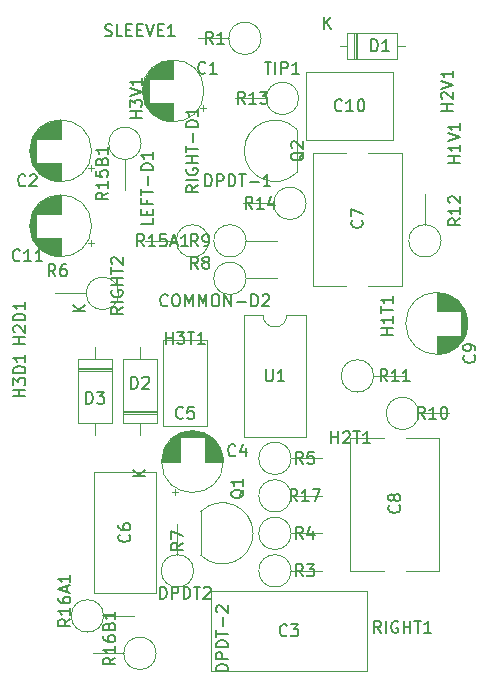
<source format=gbr>
%TF.GenerationSoftware,KiCad,Pcbnew,5.1.9*%
%TF.CreationDate,2021-04-17T23:29:50+02:00*%
%TF.ProjectId,ts908,74733930-382e-46b6-9963-61645f706362,rev?*%
%TF.SameCoordinates,Original*%
%TF.FileFunction,Legend,Top*%
%TF.FilePolarity,Positive*%
%FSLAX46Y46*%
G04 Gerber Fmt 4.6, Leading zero omitted, Abs format (unit mm)*
G04 Created by KiCad (PCBNEW 5.1.9) date 2021-04-17 23:29:50*
%MOMM*%
%LPD*%
G01*
G04 APERTURE LIST*
%ADD10C,0.120000*%
%ADD11C,0.150000*%
G04 APERTURE END LIST*
D10*
%TO.C,C6*%
X240110000Y-119915000D02*
X240110000Y-130155000D01*
X234870000Y-119915000D02*
X234870000Y-130155000D01*
X240110000Y-119915000D02*
X234870000Y-119915000D01*
X240110000Y-130155000D02*
X234870000Y-130155000D01*
%TO.C,R16B1*%
X240130000Y-135255000D02*
G75*
G03*
X240130000Y-135255000I-1370000J0D01*
G01*
X237390000Y-135255000D02*
X234780000Y-135255000D01*
%TO.C,Q2*%
X252040000Y-94510000D02*
X252040000Y-90910000D01*
X252028478Y-90871522D02*
G75*
G03*
X247590000Y-92710000I-1838478J-1838478D01*
G01*
X252028478Y-94548478D02*
G75*
G02*
X247590000Y-92710000I-1838478J1838478D01*
G01*
%TO.C,R13*%
X252195000Y-88265000D02*
G75*
G03*
X252195000Y-88265000I-1370000J0D01*
G01*
X249455000Y-88265000D02*
X246845000Y-88265000D01*
%TO.C,R8*%
X247750000Y-103505000D02*
G75*
G03*
X247750000Y-103505000I-1370000J0D01*
G01*
X247750000Y-103505000D02*
X250360000Y-103505000D01*
%TO.C,R5*%
X251560000Y-118745000D02*
G75*
G03*
X251560000Y-118745000I-1370000J0D01*
G01*
X251560000Y-118745000D02*
X254170000Y-118745000D01*
%TO.C,C11*%
X234665000Y-99060000D02*
G75*
G03*
X234665000Y-99060000I-2620000J0D01*
G01*
X232045000Y-98020000D02*
X232045000Y-96480000D01*
X232045000Y-101640000D02*
X232045000Y-100100000D01*
X232005000Y-98020000D02*
X232005000Y-96480000D01*
X232005000Y-101640000D02*
X232005000Y-100100000D01*
X231965000Y-101639000D02*
X231965000Y-100100000D01*
X231965000Y-98020000D02*
X231965000Y-96481000D01*
X231925000Y-101638000D02*
X231925000Y-100100000D01*
X231925000Y-98020000D02*
X231925000Y-96482000D01*
X231885000Y-101636000D02*
X231885000Y-100100000D01*
X231885000Y-98020000D02*
X231885000Y-96484000D01*
X231845000Y-101633000D02*
X231845000Y-100100000D01*
X231845000Y-98020000D02*
X231845000Y-96487000D01*
X231805000Y-101629000D02*
X231805000Y-100100000D01*
X231805000Y-98020000D02*
X231805000Y-96491000D01*
X231765000Y-101625000D02*
X231765000Y-100100000D01*
X231765000Y-98020000D02*
X231765000Y-96495000D01*
X231725000Y-101621000D02*
X231725000Y-100100000D01*
X231725000Y-98020000D02*
X231725000Y-96499000D01*
X231685000Y-101616000D02*
X231685000Y-100100000D01*
X231685000Y-98020000D02*
X231685000Y-96504000D01*
X231645000Y-101610000D02*
X231645000Y-100100000D01*
X231645000Y-98020000D02*
X231645000Y-96510000D01*
X231605000Y-101603000D02*
X231605000Y-100100000D01*
X231605000Y-98020000D02*
X231605000Y-96517000D01*
X231565000Y-101596000D02*
X231565000Y-100100000D01*
X231565000Y-98020000D02*
X231565000Y-96524000D01*
X231525000Y-101588000D02*
X231525000Y-100100000D01*
X231525000Y-98020000D02*
X231525000Y-96532000D01*
X231485000Y-101580000D02*
X231485000Y-100100000D01*
X231485000Y-98020000D02*
X231485000Y-96540000D01*
X231445000Y-101571000D02*
X231445000Y-100100000D01*
X231445000Y-98020000D02*
X231445000Y-96549000D01*
X231405000Y-101561000D02*
X231405000Y-100100000D01*
X231405000Y-98020000D02*
X231405000Y-96559000D01*
X231365000Y-101551000D02*
X231365000Y-100100000D01*
X231365000Y-98020000D02*
X231365000Y-96569000D01*
X231324000Y-101540000D02*
X231324000Y-100100000D01*
X231324000Y-98020000D02*
X231324000Y-96580000D01*
X231284000Y-101528000D02*
X231284000Y-100100000D01*
X231284000Y-98020000D02*
X231284000Y-96592000D01*
X231244000Y-101515000D02*
X231244000Y-100100000D01*
X231244000Y-98020000D02*
X231244000Y-96605000D01*
X231204000Y-101502000D02*
X231204000Y-100100000D01*
X231204000Y-98020000D02*
X231204000Y-96618000D01*
X231164000Y-101488000D02*
X231164000Y-100100000D01*
X231164000Y-98020000D02*
X231164000Y-96632000D01*
X231124000Y-101474000D02*
X231124000Y-100100000D01*
X231124000Y-98020000D02*
X231124000Y-96646000D01*
X231084000Y-101458000D02*
X231084000Y-100100000D01*
X231084000Y-98020000D02*
X231084000Y-96662000D01*
X231044000Y-101442000D02*
X231044000Y-100100000D01*
X231044000Y-98020000D02*
X231044000Y-96678000D01*
X231004000Y-101425000D02*
X231004000Y-100100000D01*
X231004000Y-98020000D02*
X231004000Y-96695000D01*
X230964000Y-101408000D02*
X230964000Y-100100000D01*
X230964000Y-98020000D02*
X230964000Y-96712000D01*
X230924000Y-101389000D02*
X230924000Y-100100000D01*
X230924000Y-98020000D02*
X230924000Y-96731000D01*
X230884000Y-101370000D02*
X230884000Y-100100000D01*
X230884000Y-98020000D02*
X230884000Y-96750000D01*
X230844000Y-101350000D02*
X230844000Y-100100000D01*
X230844000Y-98020000D02*
X230844000Y-96770000D01*
X230804000Y-101328000D02*
X230804000Y-100100000D01*
X230804000Y-98020000D02*
X230804000Y-96792000D01*
X230764000Y-101307000D02*
X230764000Y-100100000D01*
X230764000Y-98020000D02*
X230764000Y-96813000D01*
X230724000Y-101284000D02*
X230724000Y-100100000D01*
X230724000Y-98020000D02*
X230724000Y-96836000D01*
X230684000Y-101260000D02*
X230684000Y-100100000D01*
X230684000Y-98020000D02*
X230684000Y-96860000D01*
X230644000Y-101235000D02*
X230644000Y-100100000D01*
X230644000Y-98020000D02*
X230644000Y-96885000D01*
X230604000Y-101209000D02*
X230604000Y-100100000D01*
X230604000Y-98020000D02*
X230604000Y-96911000D01*
X230564000Y-101182000D02*
X230564000Y-100100000D01*
X230564000Y-98020000D02*
X230564000Y-96938000D01*
X230524000Y-101155000D02*
X230524000Y-100100000D01*
X230524000Y-98020000D02*
X230524000Y-96965000D01*
X230484000Y-101125000D02*
X230484000Y-100100000D01*
X230484000Y-98020000D02*
X230484000Y-96995000D01*
X230444000Y-101095000D02*
X230444000Y-100100000D01*
X230444000Y-98020000D02*
X230444000Y-97025000D01*
X230404000Y-101064000D02*
X230404000Y-100100000D01*
X230404000Y-98020000D02*
X230404000Y-97056000D01*
X230364000Y-101031000D02*
X230364000Y-100100000D01*
X230364000Y-98020000D02*
X230364000Y-97089000D01*
X230324000Y-100997000D02*
X230324000Y-100100000D01*
X230324000Y-98020000D02*
X230324000Y-97123000D01*
X230284000Y-100961000D02*
X230284000Y-100100000D01*
X230284000Y-98020000D02*
X230284000Y-97159000D01*
X230244000Y-100924000D02*
X230244000Y-100100000D01*
X230244000Y-98020000D02*
X230244000Y-97196000D01*
X230204000Y-100886000D02*
X230204000Y-100100000D01*
X230204000Y-98020000D02*
X230204000Y-97234000D01*
X230164000Y-100845000D02*
X230164000Y-100100000D01*
X230164000Y-98020000D02*
X230164000Y-97275000D01*
X230124000Y-100803000D02*
X230124000Y-100100000D01*
X230124000Y-98020000D02*
X230124000Y-97317000D01*
X230084000Y-100759000D02*
X230084000Y-100100000D01*
X230084000Y-98020000D02*
X230084000Y-97361000D01*
X230044000Y-100713000D02*
X230044000Y-100100000D01*
X230044000Y-98020000D02*
X230044000Y-97407000D01*
X230004000Y-100665000D02*
X230004000Y-97455000D01*
X229964000Y-100614000D02*
X229964000Y-97506000D01*
X229924000Y-100560000D02*
X229924000Y-97560000D01*
X229884000Y-100503000D02*
X229884000Y-97617000D01*
X229844000Y-100443000D02*
X229844000Y-97677000D01*
X229804000Y-100379000D02*
X229804000Y-97741000D01*
X229764000Y-100311000D02*
X229764000Y-97809000D01*
X229724000Y-100238000D02*
X229724000Y-97882000D01*
X229684000Y-100158000D02*
X229684000Y-97962000D01*
X229644000Y-100071000D02*
X229644000Y-98049000D01*
X229604000Y-99975000D02*
X229604000Y-98145000D01*
X229564000Y-99865000D02*
X229564000Y-98255000D01*
X229524000Y-99737000D02*
X229524000Y-98383000D01*
X229484000Y-99578000D02*
X229484000Y-98542000D01*
X229444000Y-99344000D02*
X229444000Y-98776000D01*
X234849775Y-100535000D02*
X234349775Y-100535000D01*
X234599775Y-100785000D02*
X234599775Y-100285000D01*
%TO.C,C2*%
X234599775Y-94435000D02*
X234599775Y-93935000D01*
X234849775Y-94185000D02*
X234349775Y-94185000D01*
X229444000Y-92994000D02*
X229444000Y-92426000D01*
X229484000Y-93228000D02*
X229484000Y-92192000D01*
X229524000Y-93387000D02*
X229524000Y-92033000D01*
X229564000Y-93515000D02*
X229564000Y-91905000D01*
X229604000Y-93625000D02*
X229604000Y-91795000D01*
X229644000Y-93721000D02*
X229644000Y-91699000D01*
X229684000Y-93808000D02*
X229684000Y-91612000D01*
X229724000Y-93888000D02*
X229724000Y-91532000D01*
X229764000Y-93961000D02*
X229764000Y-91459000D01*
X229804000Y-94029000D02*
X229804000Y-91391000D01*
X229844000Y-94093000D02*
X229844000Y-91327000D01*
X229884000Y-94153000D02*
X229884000Y-91267000D01*
X229924000Y-94210000D02*
X229924000Y-91210000D01*
X229964000Y-94264000D02*
X229964000Y-91156000D01*
X230004000Y-94315000D02*
X230004000Y-91105000D01*
X230044000Y-91670000D02*
X230044000Y-91057000D01*
X230044000Y-94363000D02*
X230044000Y-93750000D01*
X230084000Y-91670000D02*
X230084000Y-91011000D01*
X230084000Y-94409000D02*
X230084000Y-93750000D01*
X230124000Y-91670000D02*
X230124000Y-90967000D01*
X230124000Y-94453000D02*
X230124000Y-93750000D01*
X230164000Y-91670000D02*
X230164000Y-90925000D01*
X230164000Y-94495000D02*
X230164000Y-93750000D01*
X230204000Y-91670000D02*
X230204000Y-90884000D01*
X230204000Y-94536000D02*
X230204000Y-93750000D01*
X230244000Y-91670000D02*
X230244000Y-90846000D01*
X230244000Y-94574000D02*
X230244000Y-93750000D01*
X230284000Y-91670000D02*
X230284000Y-90809000D01*
X230284000Y-94611000D02*
X230284000Y-93750000D01*
X230324000Y-91670000D02*
X230324000Y-90773000D01*
X230324000Y-94647000D02*
X230324000Y-93750000D01*
X230364000Y-91670000D02*
X230364000Y-90739000D01*
X230364000Y-94681000D02*
X230364000Y-93750000D01*
X230404000Y-91670000D02*
X230404000Y-90706000D01*
X230404000Y-94714000D02*
X230404000Y-93750000D01*
X230444000Y-91670000D02*
X230444000Y-90675000D01*
X230444000Y-94745000D02*
X230444000Y-93750000D01*
X230484000Y-91670000D02*
X230484000Y-90645000D01*
X230484000Y-94775000D02*
X230484000Y-93750000D01*
X230524000Y-91670000D02*
X230524000Y-90615000D01*
X230524000Y-94805000D02*
X230524000Y-93750000D01*
X230564000Y-91670000D02*
X230564000Y-90588000D01*
X230564000Y-94832000D02*
X230564000Y-93750000D01*
X230604000Y-91670000D02*
X230604000Y-90561000D01*
X230604000Y-94859000D02*
X230604000Y-93750000D01*
X230644000Y-91670000D02*
X230644000Y-90535000D01*
X230644000Y-94885000D02*
X230644000Y-93750000D01*
X230684000Y-91670000D02*
X230684000Y-90510000D01*
X230684000Y-94910000D02*
X230684000Y-93750000D01*
X230724000Y-91670000D02*
X230724000Y-90486000D01*
X230724000Y-94934000D02*
X230724000Y-93750000D01*
X230764000Y-91670000D02*
X230764000Y-90463000D01*
X230764000Y-94957000D02*
X230764000Y-93750000D01*
X230804000Y-91670000D02*
X230804000Y-90442000D01*
X230804000Y-94978000D02*
X230804000Y-93750000D01*
X230844000Y-91670000D02*
X230844000Y-90420000D01*
X230844000Y-95000000D02*
X230844000Y-93750000D01*
X230884000Y-91670000D02*
X230884000Y-90400000D01*
X230884000Y-95020000D02*
X230884000Y-93750000D01*
X230924000Y-91670000D02*
X230924000Y-90381000D01*
X230924000Y-95039000D02*
X230924000Y-93750000D01*
X230964000Y-91670000D02*
X230964000Y-90362000D01*
X230964000Y-95058000D02*
X230964000Y-93750000D01*
X231004000Y-91670000D02*
X231004000Y-90345000D01*
X231004000Y-95075000D02*
X231004000Y-93750000D01*
X231044000Y-91670000D02*
X231044000Y-90328000D01*
X231044000Y-95092000D02*
X231044000Y-93750000D01*
X231084000Y-91670000D02*
X231084000Y-90312000D01*
X231084000Y-95108000D02*
X231084000Y-93750000D01*
X231124000Y-91670000D02*
X231124000Y-90296000D01*
X231124000Y-95124000D02*
X231124000Y-93750000D01*
X231164000Y-91670000D02*
X231164000Y-90282000D01*
X231164000Y-95138000D02*
X231164000Y-93750000D01*
X231204000Y-91670000D02*
X231204000Y-90268000D01*
X231204000Y-95152000D02*
X231204000Y-93750000D01*
X231244000Y-91670000D02*
X231244000Y-90255000D01*
X231244000Y-95165000D02*
X231244000Y-93750000D01*
X231284000Y-91670000D02*
X231284000Y-90242000D01*
X231284000Y-95178000D02*
X231284000Y-93750000D01*
X231324000Y-91670000D02*
X231324000Y-90230000D01*
X231324000Y-95190000D02*
X231324000Y-93750000D01*
X231365000Y-91670000D02*
X231365000Y-90219000D01*
X231365000Y-95201000D02*
X231365000Y-93750000D01*
X231405000Y-91670000D02*
X231405000Y-90209000D01*
X231405000Y-95211000D02*
X231405000Y-93750000D01*
X231445000Y-91670000D02*
X231445000Y-90199000D01*
X231445000Y-95221000D02*
X231445000Y-93750000D01*
X231485000Y-91670000D02*
X231485000Y-90190000D01*
X231485000Y-95230000D02*
X231485000Y-93750000D01*
X231525000Y-91670000D02*
X231525000Y-90182000D01*
X231525000Y-95238000D02*
X231525000Y-93750000D01*
X231565000Y-91670000D02*
X231565000Y-90174000D01*
X231565000Y-95246000D02*
X231565000Y-93750000D01*
X231605000Y-91670000D02*
X231605000Y-90167000D01*
X231605000Y-95253000D02*
X231605000Y-93750000D01*
X231645000Y-91670000D02*
X231645000Y-90160000D01*
X231645000Y-95260000D02*
X231645000Y-93750000D01*
X231685000Y-91670000D02*
X231685000Y-90154000D01*
X231685000Y-95266000D02*
X231685000Y-93750000D01*
X231725000Y-91670000D02*
X231725000Y-90149000D01*
X231725000Y-95271000D02*
X231725000Y-93750000D01*
X231765000Y-91670000D02*
X231765000Y-90145000D01*
X231765000Y-95275000D02*
X231765000Y-93750000D01*
X231805000Y-91670000D02*
X231805000Y-90141000D01*
X231805000Y-95279000D02*
X231805000Y-93750000D01*
X231845000Y-91670000D02*
X231845000Y-90137000D01*
X231845000Y-95283000D02*
X231845000Y-93750000D01*
X231885000Y-91670000D02*
X231885000Y-90134000D01*
X231885000Y-95286000D02*
X231885000Y-93750000D01*
X231925000Y-91670000D02*
X231925000Y-90132000D01*
X231925000Y-95288000D02*
X231925000Y-93750000D01*
X231965000Y-91670000D02*
X231965000Y-90131000D01*
X231965000Y-95289000D02*
X231965000Y-93750000D01*
X232005000Y-95290000D02*
X232005000Y-93750000D01*
X232005000Y-91670000D02*
X232005000Y-90130000D01*
X232045000Y-95290000D02*
X232045000Y-93750000D01*
X232045000Y-91670000D02*
X232045000Y-90130000D01*
X234665000Y-92710000D02*
G75*
G03*
X234665000Y-92710000I-2620000J0D01*
G01*
%TO.C,C4*%
X245825000Y-119015000D02*
G75*
G03*
X245825000Y-119015000I-2620000J0D01*
G01*
X244245000Y-119015000D02*
X245785000Y-119015000D01*
X240625000Y-119015000D02*
X242165000Y-119015000D01*
X244245000Y-118975000D02*
X245785000Y-118975000D01*
X240625000Y-118975000D02*
X242165000Y-118975000D01*
X240626000Y-118935000D02*
X242165000Y-118935000D01*
X244245000Y-118935000D02*
X245784000Y-118935000D01*
X240627000Y-118895000D02*
X242165000Y-118895000D01*
X244245000Y-118895000D02*
X245783000Y-118895000D01*
X240629000Y-118855000D02*
X242165000Y-118855000D01*
X244245000Y-118855000D02*
X245781000Y-118855000D01*
X240632000Y-118815000D02*
X242165000Y-118815000D01*
X244245000Y-118815000D02*
X245778000Y-118815000D01*
X240636000Y-118775000D02*
X242165000Y-118775000D01*
X244245000Y-118775000D02*
X245774000Y-118775000D01*
X240640000Y-118735000D02*
X242165000Y-118735000D01*
X244245000Y-118735000D02*
X245770000Y-118735000D01*
X240644000Y-118695000D02*
X242165000Y-118695000D01*
X244245000Y-118695000D02*
X245766000Y-118695000D01*
X240649000Y-118655000D02*
X242165000Y-118655000D01*
X244245000Y-118655000D02*
X245761000Y-118655000D01*
X240655000Y-118615000D02*
X242165000Y-118615000D01*
X244245000Y-118615000D02*
X245755000Y-118615000D01*
X240662000Y-118575000D02*
X242165000Y-118575000D01*
X244245000Y-118575000D02*
X245748000Y-118575000D01*
X240669000Y-118535000D02*
X242165000Y-118535000D01*
X244245000Y-118535000D02*
X245741000Y-118535000D01*
X240677000Y-118495000D02*
X242165000Y-118495000D01*
X244245000Y-118495000D02*
X245733000Y-118495000D01*
X240685000Y-118455000D02*
X242165000Y-118455000D01*
X244245000Y-118455000D02*
X245725000Y-118455000D01*
X240694000Y-118415000D02*
X242165000Y-118415000D01*
X244245000Y-118415000D02*
X245716000Y-118415000D01*
X240704000Y-118375000D02*
X242165000Y-118375000D01*
X244245000Y-118375000D02*
X245706000Y-118375000D01*
X240714000Y-118335000D02*
X242165000Y-118335000D01*
X244245000Y-118335000D02*
X245696000Y-118335000D01*
X240725000Y-118294000D02*
X242165000Y-118294000D01*
X244245000Y-118294000D02*
X245685000Y-118294000D01*
X240737000Y-118254000D02*
X242165000Y-118254000D01*
X244245000Y-118254000D02*
X245673000Y-118254000D01*
X240750000Y-118214000D02*
X242165000Y-118214000D01*
X244245000Y-118214000D02*
X245660000Y-118214000D01*
X240763000Y-118174000D02*
X242165000Y-118174000D01*
X244245000Y-118174000D02*
X245647000Y-118174000D01*
X240777000Y-118134000D02*
X242165000Y-118134000D01*
X244245000Y-118134000D02*
X245633000Y-118134000D01*
X240791000Y-118094000D02*
X242165000Y-118094000D01*
X244245000Y-118094000D02*
X245619000Y-118094000D01*
X240807000Y-118054000D02*
X242165000Y-118054000D01*
X244245000Y-118054000D02*
X245603000Y-118054000D01*
X240823000Y-118014000D02*
X242165000Y-118014000D01*
X244245000Y-118014000D02*
X245587000Y-118014000D01*
X240840000Y-117974000D02*
X242165000Y-117974000D01*
X244245000Y-117974000D02*
X245570000Y-117974000D01*
X240857000Y-117934000D02*
X242165000Y-117934000D01*
X244245000Y-117934000D02*
X245553000Y-117934000D01*
X240876000Y-117894000D02*
X242165000Y-117894000D01*
X244245000Y-117894000D02*
X245534000Y-117894000D01*
X240895000Y-117854000D02*
X242165000Y-117854000D01*
X244245000Y-117854000D02*
X245515000Y-117854000D01*
X240915000Y-117814000D02*
X242165000Y-117814000D01*
X244245000Y-117814000D02*
X245495000Y-117814000D01*
X240937000Y-117774000D02*
X242165000Y-117774000D01*
X244245000Y-117774000D02*
X245473000Y-117774000D01*
X240958000Y-117734000D02*
X242165000Y-117734000D01*
X244245000Y-117734000D02*
X245452000Y-117734000D01*
X240981000Y-117694000D02*
X242165000Y-117694000D01*
X244245000Y-117694000D02*
X245429000Y-117694000D01*
X241005000Y-117654000D02*
X242165000Y-117654000D01*
X244245000Y-117654000D02*
X245405000Y-117654000D01*
X241030000Y-117614000D02*
X242165000Y-117614000D01*
X244245000Y-117614000D02*
X245380000Y-117614000D01*
X241056000Y-117574000D02*
X242165000Y-117574000D01*
X244245000Y-117574000D02*
X245354000Y-117574000D01*
X241083000Y-117534000D02*
X242165000Y-117534000D01*
X244245000Y-117534000D02*
X245327000Y-117534000D01*
X241110000Y-117494000D02*
X242165000Y-117494000D01*
X244245000Y-117494000D02*
X245300000Y-117494000D01*
X241140000Y-117454000D02*
X242165000Y-117454000D01*
X244245000Y-117454000D02*
X245270000Y-117454000D01*
X241170000Y-117414000D02*
X242165000Y-117414000D01*
X244245000Y-117414000D02*
X245240000Y-117414000D01*
X241201000Y-117374000D02*
X242165000Y-117374000D01*
X244245000Y-117374000D02*
X245209000Y-117374000D01*
X241234000Y-117334000D02*
X242165000Y-117334000D01*
X244245000Y-117334000D02*
X245176000Y-117334000D01*
X241268000Y-117294000D02*
X242165000Y-117294000D01*
X244245000Y-117294000D02*
X245142000Y-117294000D01*
X241304000Y-117254000D02*
X242165000Y-117254000D01*
X244245000Y-117254000D02*
X245106000Y-117254000D01*
X241341000Y-117214000D02*
X242165000Y-117214000D01*
X244245000Y-117214000D02*
X245069000Y-117214000D01*
X241379000Y-117174000D02*
X242165000Y-117174000D01*
X244245000Y-117174000D02*
X245031000Y-117174000D01*
X241420000Y-117134000D02*
X242165000Y-117134000D01*
X244245000Y-117134000D02*
X244990000Y-117134000D01*
X241462000Y-117094000D02*
X242165000Y-117094000D01*
X244245000Y-117094000D02*
X244948000Y-117094000D01*
X241506000Y-117054000D02*
X242165000Y-117054000D01*
X244245000Y-117054000D02*
X244904000Y-117054000D01*
X241552000Y-117014000D02*
X242165000Y-117014000D01*
X244245000Y-117014000D02*
X244858000Y-117014000D01*
X241600000Y-116974000D02*
X244810000Y-116974000D01*
X241651000Y-116934000D02*
X244759000Y-116934000D01*
X241705000Y-116894000D02*
X244705000Y-116894000D01*
X241762000Y-116854000D02*
X244648000Y-116854000D01*
X241822000Y-116814000D02*
X244588000Y-116814000D01*
X241886000Y-116774000D02*
X244524000Y-116774000D01*
X241954000Y-116734000D02*
X244456000Y-116734000D01*
X242027000Y-116694000D02*
X244383000Y-116694000D01*
X242107000Y-116654000D02*
X244303000Y-116654000D01*
X242194000Y-116614000D02*
X244216000Y-116614000D01*
X242290000Y-116574000D02*
X244120000Y-116574000D01*
X242400000Y-116534000D02*
X244010000Y-116534000D01*
X242528000Y-116494000D02*
X243882000Y-116494000D01*
X242687000Y-116454000D02*
X243723000Y-116454000D01*
X242921000Y-116414000D02*
X243489000Y-116414000D01*
X241730000Y-121819775D02*
X241730000Y-121319775D01*
X241480000Y-121569775D02*
X241980000Y-121569775D01*
%TO.C,C9*%
X266510000Y-107315000D02*
G75*
G03*
X266510000Y-107315000I-2620000J0D01*
G01*
X263890000Y-108355000D02*
X263890000Y-109895000D01*
X263890000Y-104735000D02*
X263890000Y-106275000D01*
X263930000Y-108355000D02*
X263930000Y-109895000D01*
X263930000Y-104735000D02*
X263930000Y-106275000D01*
X263970000Y-104736000D02*
X263970000Y-106275000D01*
X263970000Y-108355000D02*
X263970000Y-109894000D01*
X264010000Y-104737000D02*
X264010000Y-106275000D01*
X264010000Y-108355000D02*
X264010000Y-109893000D01*
X264050000Y-104739000D02*
X264050000Y-106275000D01*
X264050000Y-108355000D02*
X264050000Y-109891000D01*
X264090000Y-104742000D02*
X264090000Y-106275000D01*
X264090000Y-108355000D02*
X264090000Y-109888000D01*
X264130000Y-104746000D02*
X264130000Y-106275000D01*
X264130000Y-108355000D02*
X264130000Y-109884000D01*
X264170000Y-104750000D02*
X264170000Y-106275000D01*
X264170000Y-108355000D02*
X264170000Y-109880000D01*
X264210000Y-104754000D02*
X264210000Y-106275000D01*
X264210000Y-108355000D02*
X264210000Y-109876000D01*
X264250000Y-104759000D02*
X264250000Y-106275000D01*
X264250000Y-108355000D02*
X264250000Y-109871000D01*
X264290000Y-104765000D02*
X264290000Y-106275000D01*
X264290000Y-108355000D02*
X264290000Y-109865000D01*
X264330000Y-104772000D02*
X264330000Y-106275000D01*
X264330000Y-108355000D02*
X264330000Y-109858000D01*
X264370000Y-104779000D02*
X264370000Y-106275000D01*
X264370000Y-108355000D02*
X264370000Y-109851000D01*
X264410000Y-104787000D02*
X264410000Y-106275000D01*
X264410000Y-108355000D02*
X264410000Y-109843000D01*
X264450000Y-104795000D02*
X264450000Y-106275000D01*
X264450000Y-108355000D02*
X264450000Y-109835000D01*
X264490000Y-104804000D02*
X264490000Y-106275000D01*
X264490000Y-108355000D02*
X264490000Y-109826000D01*
X264530000Y-104814000D02*
X264530000Y-106275000D01*
X264530000Y-108355000D02*
X264530000Y-109816000D01*
X264570000Y-104824000D02*
X264570000Y-106275000D01*
X264570000Y-108355000D02*
X264570000Y-109806000D01*
X264611000Y-104835000D02*
X264611000Y-106275000D01*
X264611000Y-108355000D02*
X264611000Y-109795000D01*
X264651000Y-104847000D02*
X264651000Y-106275000D01*
X264651000Y-108355000D02*
X264651000Y-109783000D01*
X264691000Y-104860000D02*
X264691000Y-106275000D01*
X264691000Y-108355000D02*
X264691000Y-109770000D01*
X264731000Y-104873000D02*
X264731000Y-106275000D01*
X264731000Y-108355000D02*
X264731000Y-109757000D01*
X264771000Y-104887000D02*
X264771000Y-106275000D01*
X264771000Y-108355000D02*
X264771000Y-109743000D01*
X264811000Y-104901000D02*
X264811000Y-106275000D01*
X264811000Y-108355000D02*
X264811000Y-109729000D01*
X264851000Y-104917000D02*
X264851000Y-106275000D01*
X264851000Y-108355000D02*
X264851000Y-109713000D01*
X264891000Y-104933000D02*
X264891000Y-106275000D01*
X264891000Y-108355000D02*
X264891000Y-109697000D01*
X264931000Y-104950000D02*
X264931000Y-106275000D01*
X264931000Y-108355000D02*
X264931000Y-109680000D01*
X264971000Y-104967000D02*
X264971000Y-106275000D01*
X264971000Y-108355000D02*
X264971000Y-109663000D01*
X265011000Y-104986000D02*
X265011000Y-106275000D01*
X265011000Y-108355000D02*
X265011000Y-109644000D01*
X265051000Y-105005000D02*
X265051000Y-106275000D01*
X265051000Y-108355000D02*
X265051000Y-109625000D01*
X265091000Y-105025000D02*
X265091000Y-106275000D01*
X265091000Y-108355000D02*
X265091000Y-109605000D01*
X265131000Y-105047000D02*
X265131000Y-106275000D01*
X265131000Y-108355000D02*
X265131000Y-109583000D01*
X265171000Y-105068000D02*
X265171000Y-106275000D01*
X265171000Y-108355000D02*
X265171000Y-109562000D01*
X265211000Y-105091000D02*
X265211000Y-106275000D01*
X265211000Y-108355000D02*
X265211000Y-109539000D01*
X265251000Y-105115000D02*
X265251000Y-106275000D01*
X265251000Y-108355000D02*
X265251000Y-109515000D01*
X265291000Y-105140000D02*
X265291000Y-106275000D01*
X265291000Y-108355000D02*
X265291000Y-109490000D01*
X265331000Y-105166000D02*
X265331000Y-106275000D01*
X265331000Y-108355000D02*
X265331000Y-109464000D01*
X265371000Y-105193000D02*
X265371000Y-106275000D01*
X265371000Y-108355000D02*
X265371000Y-109437000D01*
X265411000Y-105220000D02*
X265411000Y-106275000D01*
X265411000Y-108355000D02*
X265411000Y-109410000D01*
X265451000Y-105250000D02*
X265451000Y-106275000D01*
X265451000Y-108355000D02*
X265451000Y-109380000D01*
X265491000Y-105280000D02*
X265491000Y-106275000D01*
X265491000Y-108355000D02*
X265491000Y-109350000D01*
X265531000Y-105311000D02*
X265531000Y-106275000D01*
X265531000Y-108355000D02*
X265531000Y-109319000D01*
X265571000Y-105344000D02*
X265571000Y-106275000D01*
X265571000Y-108355000D02*
X265571000Y-109286000D01*
X265611000Y-105378000D02*
X265611000Y-106275000D01*
X265611000Y-108355000D02*
X265611000Y-109252000D01*
X265651000Y-105414000D02*
X265651000Y-106275000D01*
X265651000Y-108355000D02*
X265651000Y-109216000D01*
X265691000Y-105451000D02*
X265691000Y-106275000D01*
X265691000Y-108355000D02*
X265691000Y-109179000D01*
X265731000Y-105489000D02*
X265731000Y-106275000D01*
X265731000Y-108355000D02*
X265731000Y-109141000D01*
X265771000Y-105530000D02*
X265771000Y-106275000D01*
X265771000Y-108355000D02*
X265771000Y-109100000D01*
X265811000Y-105572000D02*
X265811000Y-106275000D01*
X265811000Y-108355000D02*
X265811000Y-109058000D01*
X265851000Y-105616000D02*
X265851000Y-106275000D01*
X265851000Y-108355000D02*
X265851000Y-109014000D01*
X265891000Y-105662000D02*
X265891000Y-106275000D01*
X265891000Y-108355000D02*
X265891000Y-108968000D01*
X265931000Y-105710000D02*
X265931000Y-108920000D01*
X265971000Y-105761000D02*
X265971000Y-108869000D01*
X266011000Y-105815000D02*
X266011000Y-108815000D01*
X266051000Y-105872000D02*
X266051000Y-108758000D01*
X266091000Y-105932000D02*
X266091000Y-108698000D01*
X266131000Y-105996000D02*
X266131000Y-108634000D01*
X266171000Y-106064000D02*
X266171000Y-108566000D01*
X266211000Y-106137000D02*
X266211000Y-108493000D01*
X266251000Y-106217000D02*
X266251000Y-108413000D01*
X266291000Y-106304000D02*
X266291000Y-108326000D01*
X266331000Y-106400000D02*
X266331000Y-108230000D01*
X266371000Y-106510000D02*
X266371000Y-108120000D01*
X266411000Y-106638000D02*
X266411000Y-107992000D01*
X266451000Y-106797000D02*
X266451000Y-107833000D01*
X266491000Y-107031000D02*
X266491000Y-107599000D01*
%TO.C,C1*%
X244124775Y-89355000D02*
X244124775Y-88855000D01*
X244374775Y-89105000D02*
X243874775Y-89105000D01*
X238969000Y-87914000D02*
X238969000Y-87346000D01*
X239009000Y-88148000D02*
X239009000Y-87112000D01*
X239049000Y-88307000D02*
X239049000Y-86953000D01*
X239089000Y-88435000D02*
X239089000Y-86825000D01*
X239129000Y-88545000D02*
X239129000Y-86715000D01*
X239169000Y-88641000D02*
X239169000Y-86619000D01*
X239209000Y-88728000D02*
X239209000Y-86532000D01*
X239249000Y-88808000D02*
X239249000Y-86452000D01*
X239289000Y-88881000D02*
X239289000Y-86379000D01*
X239329000Y-88949000D02*
X239329000Y-86311000D01*
X239369000Y-89013000D02*
X239369000Y-86247000D01*
X239409000Y-89073000D02*
X239409000Y-86187000D01*
X239449000Y-89130000D02*
X239449000Y-86130000D01*
X239489000Y-89184000D02*
X239489000Y-86076000D01*
X239529000Y-89235000D02*
X239529000Y-86025000D01*
X239569000Y-86590000D02*
X239569000Y-85977000D01*
X239569000Y-89283000D02*
X239569000Y-88670000D01*
X239609000Y-86590000D02*
X239609000Y-85931000D01*
X239609000Y-89329000D02*
X239609000Y-88670000D01*
X239649000Y-86590000D02*
X239649000Y-85887000D01*
X239649000Y-89373000D02*
X239649000Y-88670000D01*
X239689000Y-86590000D02*
X239689000Y-85845000D01*
X239689000Y-89415000D02*
X239689000Y-88670000D01*
X239729000Y-86590000D02*
X239729000Y-85804000D01*
X239729000Y-89456000D02*
X239729000Y-88670000D01*
X239769000Y-86590000D02*
X239769000Y-85766000D01*
X239769000Y-89494000D02*
X239769000Y-88670000D01*
X239809000Y-86590000D02*
X239809000Y-85729000D01*
X239809000Y-89531000D02*
X239809000Y-88670000D01*
X239849000Y-86590000D02*
X239849000Y-85693000D01*
X239849000Y-89567000D02*
X239849000Y-88670000D01*
X239889000Y-86590000D02*
X239889000Y-85659000D01*
X239889000Y-89601000D02*
X239889000Y-88670000D01*
X239929000Y-86590000D02*
X239929000Y-85626000D01*
X239929000Y-89634000D02*
X239929000Y-88670000D01*
X239969000Y-86590000D02*
X239969000Y-85595000D01*
X239969000Y-89665000D02*
X239969000Y-88670000D01*
X240009000Y-86590000D02*
X240009000Y-85565000D01*
X240009000Y-89695000D02*
X240009000Y-88670000D01*
X240049000Y-86590000D02*
X240049000Y-85535000D01*
X240049000Y-89725000D02*
X240049000Y-88670000D01*
X240089000Y-86590000D02*
X240089000Y-85508000D01*
X240089000Y-89752000D02*
X240089000Y-88670000D01*
X240129000Y-86590000D02*
X240129000Y-85481000D01*
X240129000Y-89779000D02*
X240129000Y-88670000D01*
X240169000Y-86590000D02*
X240169000Y-85455000D01*
X240169000Y-89805000D02*
X240169000Y-88670000D01*
X240209000Y-86590000D02*
X240209000Y-85430000D01*
X240209000Y-89830000D02*
X240209000Y-88670000D01*
X240249000Y-86590000D02*
X240249000Y-85406000D01*
X240249000Y-89854000D02*
X240249000Y-88670000D01*
X240289000Y-86590000D02*
X240289000Y-85383000D01*
X240289000Y-89877000D02*
X240289000Y-88670000D01*
X240329000Y-86590000D02*
X240329000Y-85362000D01*
X240329000Y-89898000D02*
X240329000Y-88670000D01*
X240369000Y-86590000D02*
X240369000Y-85340000D01*
X240369000Y-89920000D02*
X240369000Y-88670000D01*
X240409000Y-86590000D02*
X240409000Y-85320000D01*
X240409000Y-89940000D02*
X240409000Y-88670000D01*
X240449000Y-86590000D02*
X240449000Y-85301000D01*
X240449000Y-89959000D02*
X240449000Y-88670000D01*
X240489000Y-86590000D02*
X240489000Y-85282000D01*
X240489000Y-89978000D02*
X240489000Y-88670000D01*
X240529000Y-86590000D02*
X240529000Y-85265000D01*
X240529000Y-89995000D02*
X240529000Y-88670000D01*
X240569000Y-86590000D02*
X240569000Y-85248000D01*
X240569000Y-90012000D02*
X240569000Y-88670000D01*
X240609000Y-86590000D02*
X240609000Y-85232000D01*
X240609000Y-90028000D02*
X240609000Y-88670000D01*
X240649000Y-86590000D02*
X240649000Y-85216000D01*
X240649000Y-90044000D02*
X240649000Y-88670000D01*
X240689000Y-86590000D02*
X240689000Y-85202000D01*
X240689000Y-90058000D02*
X240689000Y-88670000D01*
X240729000Y-86590000D02*
X240729000Y-85188000D01*
X240729000Y-90072000D02*
X240729000Y-88670000D01*
X240769000Y-86590000D02*
X240769000Y-85175000D01*
X240769000Y-90085000D02*
X240769000Y-88670000D01*
X240809000Y-86590000D02*
X240809000Y-85162000D01*
X240809000Y-90098000D02*
X240809000Y-88670000D01*
X240849000Y-86590000D02*
X240849000Y-85150000D01*
X240849000Y-90110000D02*
X240849000Y-88670000D01*
X240890000Y-86590000D02*
X240890000Y-85139000D01*
X240890000Y-90121000D02*
X240890000Y-88670000D01*
X240930000Y-86590000D02*
X240930000Y-85129000D01*
X240930000Y-90131000D02*
X240930000Y-88670000D01*
X240970000Y-86590000D02*
X240970000Y-85119000D01*
X240970000Y-90141000D02*
X240970000Y-88670000D01*
X241010000Y-86590000D02*
X241010000Y-85110000D01*
X241010000Y-90150000D02*
X241010000Y-88670000D01*
X241050000Y-86590000D02*
X241050000Y-85102000D01*
X241050000Y-90158000D02*
X241050000Y-88670000D01*
X241090000Y-86590000D02*
X241090000Y-85094000D01*
X241090000Y-90166000D02*
X241090000Y-88670000D01*
X241130000Y-86590000D02*
X241130000Y-85087000D01*
X241130000Y-90173000D02*
X241130000Y-88670000D01*
X241170000Y-86590000D02*
X241170000Y-85080000D01*
X241170000Y-90180000D02*
X241170000Y-88670000D01*
X241210000Y-86590000D02*
X241210000Y-85074000D01*
X241210000Y-90186000D02*
X241210000Y-88670000D01*
X241250000Y-86590000D02*
X241250000Y-85069000D01*
X241250000Y-90191000D02*
X241250000Y-88670000D01*
X241290000Y-86590000D02*
X241290000Y-85065000D01*
X241290000Y-90195000D02*
X241290000Y-88670000D01*
X241330000Y-86590000D02*
X241330000Y-85061000D01*
X241330000Y-90199000D02*
X241330000Y-88670000D01*
X241370000Y-86590000D02*
X241370000Y-85057000D01*
X241370000Y-90203000D02*
X241370000Y-88670000D01*
X241410000Y-86590000D02*
X241410000Y-85054000D01*
X241410000Y-90206000D02*
X241410000Y-88670000D01*
X241450000Y-86590000D02*
X241450000Y-85052000D01*
X241450000Y-90208000D02*
X241450000Y-88670000D01*
X241490000Y-86590000D02*
X241490000Y-85051000D01*
X241490000Y-90209000D02*
X241490000Y-88670000D01*
X241530000Y-90210000D02*
X241530000Y-88670000D01*
X241530000Y-86590000D02*
X241530000Y-85050000D01*
X241570000Y-90210000D02*
X241570000Y-88670000D01*
X241570000Y-86590000D02*
X241570000Y-85050000D01*
X244190000Y-87630000D02*
G75*
G03*
X244190000Y-87630000I-2620000J0D01*
G01*
%TO.C,C7*%
X258100000Y-92885000D02*
X260945000Y-92885000D01*
X253405000Y-92885000D02*
X256250000Y-92885000D01*
X258100000Y-104125000D02*
X260945000Y-104125000D01*
X253405000Y-104125000D02*
X256250000Y-104125000D01*
X260945000Y-104125000D02*
X260945000Y-92885000D01*
X253405000Y-104125000D02*
X253405000Y-92885000D01*
%TO.C,R15B1*%
X238860000Y-92075000D02*
G75*
G03*
X238860000Y-92075000I-1370000J0D01*
G01*
X237490000Y-93445000D02*
X237490000Y-96055000D01*
%TO.C,R16A1*%
X235685000Y-132080000D02*
G75*
G03*
X235685000Y-132080000I-1370000J0D01*
G01*
X235685000Y-132080000D02*
X238295000Y-132080000D01*
%TO.C,Q1*%
X243895000Y-123295000D02*
X243895000Y-126895000D01*
X243906522Y-126933478D02*
G75*
G03*
X248345000Y-125095000I1838478J1838478D01*
G01*
X243906522Y-123256522D02*
G75*
G02*
X248345000Y-125095000I1838478J-1838478D01*
G01*
%TO.C,R7*%
X243305000Y-128270000D02*
G75*
G03*
X243305000Y-128270000I-1370000J0D01*
G01*
X241935000Y-126900000D02*
X241935000Y-124290000D01*
%TO.C,R15A1*%
X244575000Y-100330000D02*
G75*
G03*
X244575000Y-100330000I-1370000J0D01*
G01*
X241835000Y-100330000D02*
X239225000Y-100330000D01*
%TO.C,R1*%
X249020000Y-83185000D02*
G75*
G03*
X249020000Y-83185000I-1370000J0D01*
G01*
X246280000Y-83185000D02*
X243670000Y-83185000D01*
%TO.C,D3*%
X236420000Y-110310000D02*
X233480000Y-110310000D01*
X233480000Y-110310000D02*
X233480000Y-115750000D01*
X233480000Y-115750000D02*
X236420000Y-115750000D01*
X236420000Y-115750000D02*
X236420000Y-110310000D01*
X234950000Y-109290000D02*
X234950000Y-110310000D01*
X234950000Y-116770000D02*
X234950000Y-115750000D01*
X236420000Y-111210000D02*
X233480000Y-111210000D01*
X236420000Y-111330000D02*
X233480000Y-111330000D01*
X236420000Y-111090000D02*
X233480000Y-111090000D01*
%TO.C,R3*%
X251560000Y-128270000D02*
G75*
G03*
X251560000Y-128270000I-1370000J0D01*
G01*
X251560000Y-128270000D02*
X254170000Y-128270000D01*
%TO.C,R10*%
X262355000Y-114935000D02*
G75*
G03*
X262355000Y-114935000I-1370000J0D01*
G01*
X262355000Y-114935000D02*
X264965000Y-114935000D01*
%TO.C,C5*%
X244440000Y-108735000D02*
X244440000Y-115975000D01*
X240700000Y-108735000D02*
X240700000Y-115975000D01*
X244440000Y-108735000D02*
X240700000Y-108735000D01*
X244440000Y-115975000D02*
X240700000Y-115975000D01*
%TO.C,R4*%
X251560000Y-125095000D02*
G75*
G03*
X251560000Y-125095000I-1370000J0D01*
G01*
X251560000Y-125095000D02*
X254170000Y-125095000D01*
%TO.C,D1*%
X256325000Y-82700000D02*
X256325000Y-84940000D01*
X256325000Y-84940000D02*
X260565000Y-84940000D01*
X260565000Y-84940000D02*
X260565000Y-82700000D01*
X260565000Y-82700000D02*
X256325000Y-82700000D01*
X255675000Y-83820000D02*
X256325000Y-83820000D01*
X261215000Y-83820000D02*
X260565000Y-83820000D01*
X257045000Y-82700000D02*
X257045000Y-84940000D01*
X257165000Y-82700000D02*
X257165000Y-84940000D01*
X256925000Y-82700000D02*
X256925000Y-84940000D01*
%TO.C,R11*%
X258545000Y-111760000D02*
G75*
G03*
X258545000Y-111760000I-1370000J0D01*
G01*
X258545000Y-111760000D02*
X261155000Y-111760000D01*
%TO.C,U1*%
X249190000Y-106620000D02*
X247540000Y-106620000D01*
X247540000Y-106620000D02*
X247540000Y-116900000D01*
X247540000Y-116900000D02*
X252840000Y-116900000D01*
X252840000Y-116900000D02*
X252840000Y-106620000D01*
X252840000Y-106620000D02*
X251190000Y-106620000D01*
X251190000Y-106620000D02*
G75*
G02*
X249190000Y-106620000I-1000000J0D01*
G01*
%TO.C,C10*%
X252780000Y-86030000D02*
X260220000Y-86030000D01*
X252780000Y-91770000D02*
X260220000Y-91770000D01*
X252780000Y-86030000D02*
X252780000Y-91770000D01*
X260220000Y-86030000D02*
X260220000Y-91770000D01*
%TO.C,C3*%
X244760000Y-129980000D02*
X258000000Y-129980000D01*
X244760000Y-136720000D02*
X258000000Y-136720000D01*
X244760000Y-129980000D02*
X244760000Y-136720000D01*
X258000000Y-129980000D02*
X258000000Y-136720000D01*
%TO.C,R6*%
X236955000Y-104775000D02*
G75*
G03*
X236955000Y-104775000I-1370000J0D01*
G01*
X234215000Y-104775000D02*
X231605000Y-104775000D01*
%TO.C,R12*%
X264260000Y-100330000D02*
G75*
G03*
X264260000Y-100330000I-1370000J0D01*
G01*
X262890000Y-98960000D02*
X262890000Y-96350000D01*
%TO.C,R9*%
X247750000Y-100330000D02*
G75*
G03*
X247750000Y-100330000I-1370000J0D01*
G01*
X247750000Y-100330000D02*
X250360000Y-100330000D01*
%TO.C,R14*%
X252830000Y-97155000D02*
G75*
G03*
X252830000Y-97155000I-1370000J0D01*
G01*
X250090000Y-97155000D02*
X247480000Y-97155000D01*
%TO.C,R17*%
X251560000Y-121920000D02*
G75*
G03*
X251560000Y-121920000I-1370000J0D01*
G01*
X251560000Y-121920000D02*
X254170000Y-121920000D01*
%TO.C,C8*%
X261275000Y-117015000D02*
X264120000Y-117015000D01*
X256580000Y-117015000D02*
X259425000Y-117015000D01*
X261275000Y-128255000D02*
X264120000Y-128255000D01*
X256580000Y-128255000D02*
X259425000Y-128255000D01*
X264120000Y-128255000D02*
X264120000Y-117015000D01*
X256580000Y-128255000D02*
X256580000Y-117015000D01*
%TO.C,D2*%
X237290000Y-115750000D02*
X240230000Y-115750000D01*
X240230000Y-115750000D02*
X240230000Y-110310000D01*
X240230000Y-110310000D02*
X237290000Y-110310000D01*
X237290000Y-110310000D02*
X237290000Y-115750000D01*
X238760000Y-116770000D02*
X238760000Y-115750000D01*
X238760000Y-109290000D02*
X238760000Y-110310000D01*
X237290000Y-114850000D02*
X240230000Y-114850000D01*
X237290000Y-114730000D02*
X240230000Y-114730000D01*
X237290000Y-114970000D02*
X240230000Y-114970000D01*
%TO.C,C6*%
D11*
X237847142Y-125201666D02*
X237894761Y-125249285D01*
X237942380Y-125392142D01*
X237942380Y-125487380D01*
X237894761Y-125630238D01*
X237799523Y-125725476D01*
X237704285Y-125773095D01*
X237513809Y-125820714D01*
X237370952Y-125820714D01*
X237180476Y-125773095D01*
X237085238Y-125725476D01*
X236990000Y-125630238D01*
X236942380Y-125487380D01*
X236942380Y-125392142D01*
X236990000Y-125249285D01*
X237037619Y-125201666D01*
X236942380Y-124344523D02*
X236942380Y-124535000D01*
X236990000Y-124630238D01*
X237037619Y-124677857D01*
X237180476Y-124773095D01*
X237370952Y-124820714D01*
X237751904Y-124820714D01*
X237847142Y-124773095D01*
X237894761Y-124725476D01*
X237942380Y-124630238D01*
X237942380Y-124439761D01*
X237894761Y-124344523D01*
X237847142Y-124296904D01*
X237751904Y-124249285D01*
X237513809Y-124249285D01*
X237418571Y-124296904D01*
X237370952Y-124344523D01*
X237323333Y-124439761D01*
X237323333Y-124630238D01*
X237370952Y-124725476D01*
X237418571Y-124773095D01*
X237513809Y-124820714D01*
%TO.C,DPDT-1*%
X244276904Y-95702380D02*
X244276904Y-94702380D01*
X244515000Y-94702380D01*
X244657857Y-94750000D01*
X244753095Y-94845238D01*
X244800714Y-94940476D01*
X244848333Y-95130952D01*
X244848333Y-95273809D01*
X244800714Y-95464285D01*
X244753095Y-95559523D01*
X244657857Y-95654761D01*
X244515000Y-95702380D01*
X244276904Y-95702380D01*
X245276904Y-95702380D02*
X245276904Y-94702380D01*
X245657857Y-94702380D01*
X245753095Y-94750000D01*
X245800714Y-94797619D01*
X245848333Y-94892857D01*
X245848333Y-95035714D01*
X245800714Y-95130952D01*
X245753095Y-95178571D01*
X245657857Y-95226190D01*
X245276904Y-95226190D01*
X246276904Y-95702380D02*
X246276904Y-94702380D01*
X246515000Y-94702380D01*
X246657857Y-94750000D01*
X246753095Y-94845238D01*
X246800714Y-94940476D01*
X246848333Y-95130952D01*
X246848333Y-95273809D01*
X246800714Y-95464285D01*
X246753095Y-95559523D01*
X246657857Y-95654761D01*
X246515000Y-95702380D01*
X246276904Y-95702380D01*
X247134047Y-94702380D02*
X247705476Y-94702380D01*
X247419761Y-95702380D02*
X247419761Y-94702380D01*
X248038809Y-95321428D02*
X248800714Y-95321428D01*
X249800714Y-95702380D02*
X249229285Y-95702380D01*
X249515000Y-95702380D02*
X249515000Y-94702380D01*
X249419761Y-94845238D01*
X249324523Y-94940476D01*
X249229285Y-94988095D01*
%TO.C,R16B1*%
X236672380Y-135604047D02*
X236196190Y-135937380D01*
X236672380Y-136175476D02*
X235672380Y-136175476D01*
X235672380Y-135794523D01*
X235720000Y-135699285D01*
X235767619Y-135651666D01*
X235862857Y-135604047D01*
X236005714Y-135604047D01*
X236100952Y-135651666D01*
X236148571Y-135699285D01*
X236196190Y-135794523D01*
X236196190Y-136175476D01*
X236672380Y-134651666D02*
X236672380Y-135223095D01*
X236672380Y-134937380D02*
X235672380Y-134937380D01*
X235815238Y-135032619D01*
X235910476Y-135127857D01*
X235958095Y-135223095D01*
X235672380Y-133794523D02*
X235672380Y-133985000D01*
X235720000Y-134080238D01*
X235767619Y-134127857D01*
X235910476Y-134223095D01*
X236100952Y-134270714D01*
X236481904Y-134270714D01*
X236577142Y-134223095D01*
X236624761Y-134175476D01*
X236672380Y-134080238D01*
X236672380Y-133889761D01*
X236624761Y-133794523D01*
X236577142Y-133746904D01*
X236481904Y-133699285D01*
X236243809Y-133699285D01*
X236148571Y-133746904D01*
X236100952Y-133794523D01*
X236053333Y-133889761D01*
X236053333Y-134080238D01*
X236100952Y-134175476D01*
X236148571Y-134223095D01*
X236243809Y-134270714D01*
X236148571Y-132937380D02*
X236196190Y-132794523D01*
X236243809Y-132746904D01*
X236339047Y-132699285D01*
X236481904Y-132699285D01*
X236577142Y-132746904D01*
X236624761Y-132794523D01*
X236672380Y-132889761D01*
X236672380Y-133270714D01*
X235672380Y-133270714D01*
X235672380Y-132937380D01*
X235720000Y-132842142D01*
X235767619Y-132794523D01*
X235862857Y-132746904D01*
X235958095Y-132746904D01*
X236053333Y-132794523D01*
X236100952Y-132842142D01*
X236148571Y-132937380D01*
X236148571Y-133270714D01*
X236672380Y-131746904D02*
X236672380Y-132318333D01*
X236672380Y-132032619D02*
X235672380Y-132032619D01*
X235815238Y-132127857D01*
X235910476Y-132223095D01*
X235958095Y-132318333D01*
%TO.C,H3T1*%
X240950952Y-109037380D02*
X240950952Y-108037380D01*
X240950952Y-108513571D02*
X241522380Y-108513571D01*
X241522380Y-109037380D02*
X241522380Y-108037380D01*
X241903333Y-108037380D02*
X242522380Y-108037380D01*
X242189047Y-108418333D01*
X242331904Y-108418333D01*
X242427142Y-108465952D01*
X242474761Y-108513571D01*
X242522380Y-108608809D01*
X242522380Y-108846904D01*
X242474761Y-108942142D01*
X242427142Y-108989761D01*
X242331904Y-109037380D01*
X242046190Y-109037380D01*
X241950952Y-108989761D01*
X241903333Y-108942142D01*
X242808095Y-108037380D02*
X243379523Y-108037380D01*
X243093809Y-109037380D02*
X243093809Y-108037380D01*
X244236666Y-109037380D02*
X243665238Y-109037380D01*
X243950952Y-109037380D02*
X243950952Y-108037380D01*
X243855714Y-108180238D01*
X243760476Y-108275476D01*
X243665238Y-108323095D01*
%TO.C,Q2*%
X252642619Y-92805238D02*
X252595000Y-92900476D01*
X252499761Y-92995714D01*
X252356904Y-93138571D01*
X252309285Y-93233809D01*
X252309285Y-93329047D01*
X252547380Y-93281428D02*
X252499761Y-93376666D01*
X252404523Y-93471904D01*
X252214047Y-93519523D01*
X251880714Y-93519523D01*
X251690238Y-93471904D01*
X251595000Y-93376666D01*
X251547380Y-93281428D01*
X251547380Y-93090952D01*
X251595000Y-92995714D01*
X251690238Y-92900476D01*
X251880714Y-92852857D01*
X252214047Y-92852857D01*
X252404523Y-92900476D01*
X252499761Y-92995714D01*
X252547380Y-93090952D01*
X252547380Y-93281428D01*
X251642619Y-92471904D02*
X251595000Y-92424285D01*
X251547380Y-92329047D01*
X251547380Y-92090952D01*
X251595000Y-91995714D01*
X251642619Y-91948095D01*
X251737857Y-91900476D01*
X251833095Y-91900476D01*
X251975952Y-91948095D01*
X252547380Y-92519523D01*
X252547380Y-91900476D01*
%TO.C,R13*%
X247642142Y-88717380D02*
X247308809Y-88241190D01*
X247070714Y-88717380D02*
X247070714Y-87717380D01*
X247451666Y-87717380D01*
X247546904Y-87765000D01*
X247594523Y-87812619D01*
X247642142Y-87907857D01*
X247642142Y-88050714D01*
X247594523Y-88145952D01*
X247546904Y-88193571D01*
X247451666Y-88241190D01*
X247070714Y-88241190D01*
X248594523Y-88717380D02*
X248023095Y-88717380D01*
X248308809Y-88717380D02*
X248308809Y-87717380D01*
X248213571Y-87860238D01*
X248118333Y-87955476D01*
X248023095Y-88003095D01*
X248927857Y-87717380D02*
X249546904Y-87717380D01*
X249213571Y-88098333D01*
X249356428Y-88098333D01*
X249451666Y-88145952D01*
X249499285Y-88193571D01*
X249546904Y-88288809D01*
X249546904Y-88526904D01*
X249499285Y-88622142D01*
X249451666Y-88669761D01*
X249356428Y-88717380D01*
X249070714Y-88717380D01*
X248975476Y-88669761D01*
X248927857Y-88622142D01*
%TO.C,R8*%
X243673333Y-102687380D02*
X243340000Y-102211190D01*
X243101904Y-102687380D02*
X243101904Y-101687380D01*
X243482857Y-101687380D01*
X243578095Y-101735000D01*
X243625714Y-101782619D01*
X243673333Y-101877857D01*
X243673333Y-102020714D01*
X243625714Y-102115952D01*
X243578095Y-102163571D01*
X243482857Y-102211190D01*
X243101904Y-102211190D01*
X244244761Y-102115952D02*
X244149523Y-102068333D01*
X244101904Y-102020714D01*
X244054285Y-101925476D01*
X244054285Y-101877857D01*
X244101904Y-101782619D01*
X244149523Y-101735000D01*
X244244761Y-101687380D01*
X244435238Y-101687380D01*
X244530476Y-101735000D01*
X244578095Y-101782619D01*
X244625714Y-101877857D01*
X244625714Y-101925476D01*
X244578095Y-102020714D01*
X244530476Y-102068333D01*
X244435238Y-102115952D01*
X244244761Y-102115952D01*
X244149523Y-102163571D01*
X244101904Y-102211190D01*
X244054285Y-102306428D01*
X244054285Y-102496904D01*
X244101904Y-102592142D01*
X244149523Y-102639761D01*
X244244761Y-102687380D01*
X244435238Y-102687380D01*
X244530476Y-102639761D01*
X244578095Y-102592142D01*
X244625714Y-102496904D01*
X244625714Y-102306428D01*
X244578095Y-102211190D01*
X244530476Y-102163571D01*
X244435238Y-102115952D01*
%TO.C,R5*%
X252563333Y-119197380D02*
X252230000Y-118721190D01*
X251991904Y-119197380D02*
X251991904Y-118197380D01*
X252372857Y-118197380D01*
X252468095Y-118245000D01*
X252515714Y-118292619D01*
X252563333Y-118387857D01*
X252563333Y-118530714D01*
X252515714Y-118625952D01*
X252468095Y-118673571D01*
X252372857Y-118721190D01*
X251991904Y-118721190D01*
X253468095Y-118197380D02*
X252991904Y-118197380D01*
X252944285Y-118673571D01*
X252991904Y-118625952D01*
X253087142Y-118578333D01*
X253325238Y-118578333D01*
X253420476Y-118625952D01*
X253468095Y-118673571D01*
X253515714Y-118768809D01*
X253515714Y-119006904D01*
X253468095Y-119102142D01*
X253420476Y-119149761D01*
X253325238Y-119197380D01*
X253087142Y-119197380D01*
X252991904Y-119149761D01*
X252944285Y-119102142D01*
%TO.C,C11*%
X228592142Y-101957142D02*
X228544523Y-102004761D01*
X228401666Y-102052380D01*
X228306428Y-102052380D01*
X228163571Y-102004761D01*
X228068333Y-101909523D01*
X228020714Y-101814285D01*
X227973095Y-101623809D01*
X227973095Y-101480952D01*
X228020714Y-101290476D01*
X228068333Y-101195238D01*
X228163571Y-101100000D01*
X228306428Y-101052380D01*
X228401666Y-101052380D01*
X228544523Y-101100000D01*
X228592142Y-101147619D01*
X229544523Y-102052380D02*
X228973095Y-102052380D01*
X229258809Y-102052380D02*
X229258809Y-101052380D01*
X229163571Y-101195238D01*
X229068333Y-101290476D01*
X228973095Y-101338095D01*
X230496904Y-102052380D02*
X229925476Y-102052380D01*
X230211190Y-102052380D02*
X230211190Y-101052380D01*
X230115952Y-101195238D01*
X230020714Y-101290476D01*
X229925476Y-101338095D01*
%TO.C,C2*%
X229068333Y-95607142D02*
X229020714Y-95654761D01*
X228877857Y-95702380D01*
X228782619Y-95702380D01*
X228639761Y-95654761D01*
X228544523Y-95559523D01*
X228496904Y-95464285D01*
X228449285Y-95273809D01*
X228449285Y-95130952D01*
X228496904Y-94940476D01*
X228544523Y-94845238D01*
X228639761Y-94750000D01*
X228782619Y-94702380D01*
X228877857Y-94702380D01*
X229020714Y-94750000D01*
X229068333Y-94797619D01*
X229449285Y-94797619D02*
X229496904Y-94750000D01*
X229592142Y-94702380D01*
X229830238Y-94702380D01*
X229925476Y-94750000D01*
X229973095Y-94797619D01*
X230020714Y-94892857D01*
X230020714Y-94988095D01*
X229973095Y-95130952D01*
X229401666Y-95702380D01*
X230020714Y-95702380D01*
%TO.C,C4*%
X246848333Y-118467142D02*
X246800714Y-118514761D01*
X246657857Y-118562380D01*
X246562619Y-118562380D01*
X246419761Y-118514761D01*
X246324523Y-118419523D01*
X246276904Y-118324285D01*
X246229285Y-118133809D01*
X246229285Y-117990952D01*
X246276904Y-117800476D01*
X246324523Y-117705238D01*
X246419761Y-117610000D01*
X246562619Y-117562380D01*
X246657857Y-117562380D01*
X246800714Y-117610000D01*
X246848333Y-117657619D01*
X247705476Y-117895714D02*
X247705476Y-118562380D01*
X247467380Y-117514761D02*
X247229285Y-118229047D01*
X247848333Y-118229047D01*
%TO.C,C9*%
X267057142Y-110021666D02*
X267104761Y-110069285D01*
X267152380Y-110212142D01*
X267152380Y-110307380D01*
X267104761Y-110450238D01*
X267009523Y-110545476D01*
X266914285Y-110593095D01*
X266723809Y-110640714D01*
X266580952Y-110640714D01*
X266390476Y-110593095D01*
X266295238Y-110545476D01*
X266200000Y-110450238D01*
X266152380Y-110307380D01*
X266152380Y-110212142D01*
X266200000Y-110069285D01*
X266247619Y-110021666D01*
X267152380Y-109545476D02*
X267152380Y-109355000D01*
X267104761Y-109259761D01*
X267057142Y-109212142D01*
X266914285Y-109116904D01*
X266723809Y-109069285D01*
X266342857Y-109069285D01*
X266247619Y-109116904D01*
X266200000Y-109164523D01*
X266152380Y-109259761D01*
X266152380Y-109450238D01*
X266200000Y-109545476D01*
X266247619Y-109593095D01*
X266342857Y-109640714D01*
X266580952Y-109640714D01*
X266676190Y-109593095D01*
X266723809Y-109545476D01*
X266771428Y-109450238D01*
X266771428Y-109259761D01*
X266723809Y-109164523D01*
X266676190Y-109116904D01*
X266580952Y-109069285D01*
%TO.C,C1*%
X244308333Y-86082142D02*
X244260714Y-86129761D01*
X244117857Y-86177380D01*
X244022619Y-86177380D01*
X243879761Y-86129761D01*
X243784523Y-86034523D01*
X243736904Y-85939285D01*
X243689285Y-85748809D01*
X243689285Y-85605952D01*
X243736904Y-85415476D01*
X243784523Y-85320238D01*
X243879761Y-85225000D01*
X244022619Y-85177380D01*
X244117857Y-85177380D01*
X244260714Y-85225000D01*
X244308333Y-85272619D01*
X245260714Y-86177380D02*
X244689285Y-86177380D01*
X244975000Y-86177380D02*
X244975000Y-85177380D01*
X244879761Y-85320238D01*
X244784523Y-85415476D01*
X244689285Y-85463095D01*
%TO.C,C7*%
X257532142Y-98591666D02*
X257579761Y-98639285D01*
X257627380Y-98782142D01*
X257627380Y-98877380D01*
X257579761Y-99020238D01*
X257484523Y-99115476D01*
X257389285Y-99163095D01*
X257198809Y-99210714D01*
X257055952Y-99210714D01*
X256865476Y-99163095D01*
X256770238Y-99115476D01*
X256675000Y-99020238D01*
X256627380Y-98877380D01*
X256627380Y-98782142D01*
X256675000Y-98639285D01*
X256722619Y-98591666D01*
X256627380Y-98258333D02*
X256627380Y-97591666D01*
X257627380Y-98020238D01*
%TO.C,RIGHT1*%
X259175476Y-133512380D02*
X258842142Y-133036190D01*
X258604047Y-133512380D02*
X258604047Y-132512380D01*
X258985000Y-132512380D01*
X259080238Y-132560000D01*
X259127857Y-132607619D01*
X259175476Y-132702857D01*
X259175476Y-132845714D01*
X259127857Y-132940952D01*
X259080238Y-132988571D01*
X258985000Y-133036190D01*
X258604047Y-133036190D01*
X259604047Y-133512380D02*
X259604047Y-132512380D01*
X260604047Y-132560000D02*
X260508809Y-132512380D01*
X260365952Y-132512380D01*
X260223095Y-132560000D01*
X260127857Y-132655238D01*
X260080238Y-132750476D01*
X260032619Y-132940952D01*
X260032619Y-133083809D01*
X260080238Y-133274285D01*
X260127857Y-133369523D01*
X260223095Y-133464761D01*
X260365952Y-133512380D01*
X260461190Y-133512380D01*
X260604047Y-133464761D01*
X260651666Y-133417142D01*
X260651666Y-133083809D01*
X260461190Y-133083809D01*
X261080238Y-133512380D02*
X261080238Y-132512380D01*
X261080238Y-132988571D02*
X261651666Y-132988571D01*
X261651666Y-133512380D02*
X261651666Y-132512380D01*
X261985000Y-132512380D02*
X262556428Y-132512380D01*
X262270714Y-133512380D02*
X262270714Y-132512380D01*
X263413571Y-133512380D02*
X262842142Y-133512380D01*
X263127857Y-133512380D02*
X263127857Y-132512380D01*
X263032619Y-132655238D01*
X262937380Y-132750476D01*
X262842142Y-132798095D01*
%TO.C,R15B1*%
X236037380Y-96234047D02*
X235561190Y-96567380D01*
X236037380Y-96805476D02*
X235037380Y-96805476D01*
X235037380Y-96424523D01*
X235085000Y-96329285D01*
X235132619Y-96281666D01*
X235227857Y-96234047D01*
X235370714Y-96234047D01*
X235465952Y-96281666D01*
X235513571Y-96329285D01*
X235561190Y-96424523D01*
X235561190Y-96805476D01*
X236037380Y-95281666D02*
X236037380Y-95853095D01*
X236037380Y-95567380D02*
X235037380Y-95567380D01*
X235180238Y-95662619D01*
X235275476Y-95757857D01*
X235323095Y-95853095D01*
X235037380Y-94376904D02*
X235037380Y-94853095D01*
X235513571Y-94900714D01*
X235465952Y-94853095D01*
X235418333Y-94757857D01*
X235418333Y-94519761D01*
X235465952Y-94424523D01*
X235513571Y-94376904D01*
X235608809Y-94329285D01*
X235846904Y-94329285D01*
X235942142Y-94376904D01*
X235989761Y-94424523D01*
X236037380Y-94519761D01*
X236037380Y-94757857D01*
X235989761Y-94853095D01*
X235942142Y-94900714D01*
X235513571Y-93567380D02*
X235561190Y-93424523D01*
X235608809Y-93376904D01*
X235704047Y-93329285D01*
X235846904Y-93329285D01*
X235942142Y-93376904D01*
X235989761Y-93424523D01*
X236037380Y-93519761D01*
X236037380Y-93900714D01*
X235037380Y-93900714D01*
X235037380Y-93567380D01*
X235085000Y-93472142D01*
X235132619Y-93424523D01*
X235227857Y-93376904D01*
X235323095Y-93376904D01*
X235418333Y-93424523D01*
X235465952Y-93472142D01*
X235513571Y-93567380D01*
X235513571Y-93900714D01*
X236037380Y-92376904D02*
X236037380Y-92948333D01*
X236037380Y-92662619D02*
X235037380Y-92662619D01*
X235180238Y-92757857D01*
X235275476Y-92853095D01*
X235323095Y-92948333D01*
%TO.C,R16A1*%
X232862380Y-132357619D02*
X232386190Y-132690952D01*
X232862380Y-132929047D02*
X231862380Y-132929047D01*
X231862380Y-132548095D01*
X231910000Y-132452857D01*
X231957619Y-132405238D01*
X232052857Y-132357619D01*
X232195714Y-132357619D01*
X232290952Y-132405238D01*
X232338571Y-132452857D01*
X232386190Y-132548095D01*
X232386190Y-132929047D01*
X232862380Y-131405238D02*
X232862380Y-131976666D01*
X232862380Y-131690952D02*
X231862380Y-131690952D01*
X232005238Y-131786190D01*
X232100476Y-131881428D01*
X232148095Y-131976666D01*
X231862380Y-130548095D02*
X231862380Y-130738571D01*
X231910000Y-130833809D01*
X231957619Y-130881428D01*
X232100476Y-130976666D01*
X232290952Y-131024285D01*
X232671904Y-131024285D01*
X232767142Y-130976666D01*
X232814761Y-130929047D01*
X232862380Y-130833809D01*
X232862380Y-130643333D01*
X232814761Y-130548095D01*
X232767142Y-130500476D01*
X232671904Y-130452857D01*
X232433809Y-130452857D01*
X232338571Y-130500476D01*
X232290952Y-130548095D01*
X232243333Y-130643333D01*
X232243333Y-130833809D01*
X232290952Y-130929047D01*
X232338571Y-130976666D01*
X232433809Y-131024285D01*
X232576666Y-130071904D02*
X232576666Y-129595714D01*
X232862380Y-130167142D02*
X231862380Y-129833809D01*
X232862380Y-129500476D01*
X232862380Y-128643333D02*
X232862380Y-129214761D01*
X232862380Y-128929047D02*
X231862380Y-128929047D01*
X232005238Y-129024285D01*
X232100476Y-129119523D01*
X232148095Y-129214761D01*
%TO.C,Q1*%
X247562619Y-121380238D02*
X247515000Y-121475476D01*
X247419761Y-121570714D01*
X247276904Y-121713571D01*
X247229285Y-121808809D01*
X247229285Y-121904047D01*
X247467380Y-121856428D02*
X247419761Y-121951666D01*
X247324523Y-122046904D01*
X247134047Y-122094523D01*
X246800714Y-122094523D01*
X246610238Y-122046904D01*
X246515000Y-121951666D01*
X246467380Y-121856428D01*
X246467380Y-121665952D01*
X246515000Y-121570714D01*
X246610238Y-121475476D01*
X246800714Y-121427857D01*
X247134047Y-121427857D01*
X247324523Y-121475476D01*
X247419761Y-121570714D01*
X247467380Y-121665952D01*
X247467380Y-121856428D01*
X247467380Y-120475476D02*
X247467380Y-121046904D01*
X247467380Y-120761190D02*
X246467380Y-120761190D01*
X246610238Y-120856428D01*
X246705476Y-120951666D01*
X246753095Y-121046904D01*
%TO.C,H1T1*%
X260167380Y-108299047D02*
X259167380Y-108299047D01*
X259643571Y-108299047D02*
X259643571Y-107727619D01*
X260167380Y-107727619D02*
X259167380Y-107727619D01*
X260167380Y-106727619D02*
X260167380Y-107299047D01*
X260167380Y-107013333D02*
X259167380Y-107013333D01*
X259310238Y-107108571D01*
X259405476Y-107203809D01*
X259453095Y-107299047D01*
X259167380Y-106441904D02*
X259167380Y-105870476D01*
X260167380Y-106156190D02*
X259167380Y-106156190D01*
X260167380Y-105013333D02*
X260167380Y-105584761D01*
X260167380Y-105299047D02*
X259167380Y-105299047D01*
X259310238Y-105394285D01*
X259405476Y-105489523D01*
X259453095Y-105584761D01*
%TO.C,DPDT-2*%
X246197380Y-136723095D02*
X245197380Y-136723095D01*
X245197380Y-136485000D01*
X245245000Y-136342142D01*
X245340238Y-136246904D01*
X245435476Y-136199285D01*
X245625952Y-136151666D01*
X245768809Y-136151666D01*
X245959285Y-136199285D01*
X246054523Y-136246904D01*
X246149761Y-136342142D01*
X246197380Y-136485000D01*
X246197380Y-136723095D01*
X246197380Y-135723095D02*
X245197380Y-135723095D01*
X245197380Y-135342142D01*
X245245000Y-135246904D01*
X245292619Y-135199285D01*
X245387857Y-135151666D01*
X245530714Y-135151666D01*
X245625952Y-135199285D01*
X245673571Y-135246904D01*
X245721190Y-135342142D01*
X245721190Y-135723095D01*
X246197380Y-134723095D02*
X245197380Y-134723095D01*
X245197380Y-134485000D01*
X245245000Y-134342142D01*
X245340238Y-134246904D01*
X245435476Y-134199285D01*
X245625952Y-134151666D01*
X245768809Y-134151666D01*
X245959285Y-134199285D01*
X246054523Y-134246904D01*
X246149761Y-134342142D01*
X246197380Y-134485000D01*
X246197380Y-134723095D01*
X245197380Y-133865952D02*
X245197380Y-133294523D01*
X246197380Y-133580238D02*
X245197380Y-133580238D01*
X245816428Y-132961190D02*
X245816428Y-132199285D01*
X245292619Y-131770714D02*
X245245000Y-131723095D01*
X245197380Y-131627857D01*
X245197380Y-131389761D01*
X245245000Y-131294523D01*
X245292619Y-131246904D01*
X245387857Y-131199285D01*
X245483095Y-131199285D01*
X245625952Y-131246904D01*
X246197380Y-131818333D01*
X246197380Y-131199285D01*
%TO.C,R7*%
X242387380Y-125896666D02*
X241911190Y-126230000D01*
X242387380Y-126468095D02*
X241387380Y-126468095D01*
X241387380Y-126087142D01*
X241435000Y-125991904D01*
X241482619Y-125944285D01*
X241577857Y-125896666D01*
X241720714Y-125896666D01*
X241815952Y-125944285D01*
X241863571Y-125991904D01*
X241911190Y-126087142D01*
X241911190Y-126468095D01*
X241387380Y-125563333D02*
X241387380Y-124896666D01*
X242387380Y-125325238D01*
%TO.C,LEFT-D1*%
X239847380Y-98432619D02*
X239847380Y-98908809D01*
X238847380Y-98908809D01*
X239323571Y-98099285D02*
X239323571Y-97765952D01*
X239847380Y-97623095D02*
X239847380Y-98099285D01*
X238847380Y-98099285D01*
X238847380Y-97623095D01*
X239323571Y-96861190D02*
X239323571Y-97194523D01*
X239847380Y-97194523D02*
X238847380Y-97194523D01*
X238847380Y-96718333D01*
X238847380Y-96480238D02*
X238847380Y-95908809D01*
X239847380Y-96194523D02*
X238847380Y-96194523D01*
X239466428Y-95575476D02*
X239466428Y-94813571D01*
X239847380Y-94337380D02*
X238847380Y-94337380D01*
X238847380Y-94099285D01*
X238895000Y-93956428D01*
X238990238Y-93861190D01*
X239085476Y-93813571D01*
X239275952Y-93765952D01*
X239418809Y-93765952D01*
X239609285Y-93813571D01*
X239704523Y-93861190D01*
X239799761Y-93956428D01*
X239847380Y-94099285D01*
X239847380Y-94337380D01*
X239847380Y-92813571D02*
X239847380Y-93385000D01*
X239847380Y-93099285D02*
X238847380Y-93099285D01*
X238990238Y-93194523D01*
X239085476Y-93289761D01*
X239133095Y-93385000D01*
%TO.C,R15A1*%
X239117380Y-100782380D02*
X238784047Y-100306190D01*
X238545952Y-100782380D02*
X238545952Y-99782380D01*
X238926904Y-99782380D01*
X239022142Y-99830000D01*
X239069761Y-99877619D01*
X239117380Y-99972857D01*
X239117380Y-100115714D01*
X239069761Y-100210952D01*
X239022142Y-100258571D01*
X238926904Y-100306190D01*
X238545952Y-100306190D01*
X240069761Y-100782380D02*
X239498333Y-100782380D01*
X239784047Y-100782380D02*
X239784047Y-99782380D01*
X239688809Y-99925238D01*
X239593571Y-100020476D01*
X239498333Y-100068095D01*
X240974523Y-99782380D02*
X240498333Y-99782380D01*
X240450714Y-100258571D01*
X240498333Y-100210952D01*
X240593571Y-100163333D01*
X240831666Y-100163333D01*
X240926904Y-100210952D01*
X240974523Y-100258571D01*
X241022142Y-100353809D01*
X241022142Y-100591904D01*
X240974523Y-100687142D01*
X240926904Y-100734761D01*
X240831666Y-100782380D01*
X240593571Y-100782380D01*
X240498333Y-100734761D01*
X240450714Y-100687142D01*
X241403095Y-100496666D02*
X241879285Y-100496666D01*
X241307857Y-100782380D02*
X241641190Y-99782380D01*
X241974523Y-100782380D01*
X242831666Y-100782380D02*
X242260238Y-100782380D01*
X242545952Y-100782380D02*
X242545952Y-99782380D01*
X242450714Y-99925238D01*
X242355476Y-100020476D01*
X242260238Y-100068095D01*
%TO.C,RIGHT2*%
X237307380Y-105949523D02*
X236831190Y-106282857D01*
X237307380Y-106520952D02*
X236307380Y-106520952D01*
X236307380Y-106140000D01*
X236355000Y-106044761D01*
X236402619Y-105997142D01*
X236497857Y-105949523D01*
X236640714Y-105949523D01*
X236735952Y-105997142D01*
X236783571Y-106044761D01*
X236831190Y-106140000D01*
X236831190Y-106520952D01*
X237307380Y-105520952D02*
X236307380Y-105520952D01*
X236355000Y-104520952D02*
X236307380Y-104616190D01*
X236307380Y-104759047D01*
X236355000Y-104901904D01*
X236450238Y-104997142D01*
X236545476Y-105044761D01*
X236735952Y-105092380D01*
X236878809Y-105092380D01*
X237069285Y-105044761D01*
X237164523Y-104997142D01*
X237259761Y-104901904D01*
X237307380Y-104759047D01*
X237307380Y-104663809D01*
X237259761Y-104520952D01*
X237212142Y-104473333D01*
X236878809Y-104473333D01*
X236878809Y-104663809D01*
X237307380Y-104044761D02*
X236307380Y-104044761D01*
X236783571Y-104044761D02*
X236783571Y-103473333D01*
X237307380Y-103473333D02*
X236307380Y-103473333D01*
X236307380Y-103140000D02*
X236307380Y-102568571D01*
X237307380Y-102854285D02*
X236307380Y-102854285D01*
X236402619Y-102282857D02*
X236355000Y-102235238D01*
X236307380Y-102140000D01*
X236307380Y-101901904D01*
X236355000Y-101806666D01*
X236402619Y-101759047D01*
X236497857Y-101711428D01*
X236593095Y-101711428D01*
X236735952Y-101759047D01*
X237307380Y-102330476D01*
X237307380Y-101711428D01*
%TO.C,TIP1*%
X249325000Y-85177380D02*
X249896428Y-85177380D01*
X249610714Y-86177380D02*
X249610714Y-85177380D01*
X250229761Y-86177380D02*
X250229761Y-85177380D01*
X250705952Y-86177380D02*
X250705952Y-85177380D01*
X251086904Y-85177380D01*
X251182142Y-85225000D01*
X251229761Y-85272619D01*
X251277380Y-85367857D01*
X251277380Y-85510714D01*
X251229761Y-85605952D01*
X251182142Y-85653571D01*
X251086904Y-85701190D01*
X250705952Y-85701190D01*
X252229761Y-86177380D02*
X251658333Y-86177380D01*
X251944047Y-86177380D02*
X251944047Y-85177380D01*
X251848809Y-85320238D01*
X251753571Y-85415476D01*
X251658333Y-85463095D01*
%TO.C,R1*%
X244943333Y-83637380D02*
X244610000Y-83161190D01*
X244371904Y-83637380D02*
X244371904Y-82637380D01*
X244752857Y-82637380D01*
X244848095Y-82685000D01*
X244895714Y-82732619D01*
X244943333Y-82827857D01*
X244943333Y-82970714D01*
X244895714Y-83065952D01*
X244848095Y-83113571D01*
X244752857Y-83161190D01*
X244371904Y-83161190D01*
X245895714Y-83637380D02*
X245324285Y-83637380D01*
X245610000Y-83637380D02*
X245610000Y-82637380D01*
X245514761Y-82780238D01*
X245419523Y-82875476D01*
X245324285Y-82923095D01*
%TO.C,D3*%
X234211904Y-114117380D02*
X234211904Y-113117380D01*
X234450000Y-113117380D01*
X234592857Y-113165000D01*
X234688095Y-113260238D01*
X234735714Y-113355476D01*
X234783333Y-113545952D01*
X234783333Y-113688809D01*
X234735714Y-113879285D01*
X234688095Y-113974523D01*
X234592857Y-114069761D01*
X234450000Y-114117380D01*
X234211904Y-114117380D01*
X235116666Y-113117380D02*
X235735714Y-113117380D01*
X235402380Y-113498333D01*
X235545238Y-113498333D01*
X235640476Y-113545952D01*
X235688095Y-113593571D01*
X235735714Y-113688809D01*
X235735714Y-113926904D01*
X235688095Y-114022142D01*
X235640476Y-114069761D01*
X235545238Y-114117380D01*
X235259523Y-114117380D01*
X235164285Y-114069761D01*
X235116666Y-114022142D01*
X234132380Y-106306904D02*
X233132380Y-106306904D01*
X234132380Y-105735476D02*
X233560952Y-106164047D01*
X233132380Y-105735476D02*
X233703809Y-106306904D01*
%TO.C,DPDT2*%
X240450952Y-130627380D02*
X240450952Y-129627380D01*
X240689047Y-129627380D01*
X240831904Y-129675000D01*
X240927142Y-129770238D01*
X240974761Y-129865476D01*
X241022380Y-130055952D01*
X241022380Y-130198809D01*
X240974761Y-130389285D01*
X240927142Y-130484523D01*
X240831904Y-130579761D01*
X240689047Y-130627380D01*
X240450952Y-130627380D01*
X241450952Y-130627380D02*
X241450952Y-129627380D01*
X241831904Y-129627380D01*
X241927142Y-129675000D01*
X241974761Y-129722619D01*
X242022380Y-129817857D01*
X242022380Y-129960714D01*
X241974761Y-130055952D01*
X241927142Y-130103571D01*
X241831904Y-130151190D01*
X241450952Y-130151190D01*
X242450952Y-130627380D02*
X242450952Y-129627380D01*
X242689047Y-129627380D01*
X242831904Y-129675000D01*
X242927142Y-129770238D01*
X242974761Y-129865476D01*
X243022380Y-130055952D01*
X243022380Y-130198809D01*
X242974761Y-130389285D01*
X242927142Y-130484523D01*
X242831904Y-130579761D01*
X242689047Y-130627380D01*
X242450952Y-130627380D01*
X243308095Y-129627380D02*
X243879523Y-129627380D01*
X243593809Y-130627380D02*
X243593809Y-129627380D01*
X244165238Y-129722619D02*
X244212857Y-129675000D01*
X244308095Y-129627380D01*
X244546190Y-129627380D01*
X244641428Y-129675000D01*
X244689047Y-129722619D01*
X244736666Y-129817857D01*
X244736666Y-129913095D01*
X244689047Y-130055952D01*
X244117619Y-130627380D01*
X244736666Y-130627380D01*
%TO.C,R3*%
X252563333Y-128722380D02*
X252230000Y-128246190D01*
X251991904Y-128722380D02*
X251991904Y-127722380D01*
X252372857Y-127722380D01*
X252468095Y-127770000D01*
X252515714Y-127817619D01*
X252563333Y-127912857D01*
X252563333Y-128055714D01*
X252515714Y-128150952D01*
X252468095Y-128198571D01*
X252372857Y-128246190D01*
X251991904Y-128246190D01*
X252896666Y-127722380D02*
X253515714Y-127722380D01*
X253182380Y-128103333D01*
X253325238Y-128103333D01*
X253420476Y-128150952D01*
X253468095Y-128198571D01*
X253515714Y-128293809D01*
X253515714Y-128531904D01*
X253468095Y-128627142D01*
X253420476Y-128674761D01*
X253325238Y-128722380D01*
X253039523Y-128722380D01*
X252944285Y-128674761D01*
X252896666Y-128627142D01*
%TO.C,SLEEVE1*%
X235807619Y-82954761D02*
X235950476Y-83002380D01*
X236188571Y-83002380D01*
X236283809Y-82954761D01*
X236331428Y-82907142D01*
X236379047Y-82811904D01*
X236379047Y-82716666D01*
X236331428Y-82621428D01*
X236283809Y-82573809D01*
X236188571Y-82526190D01*
X235998095Y-82478571D01*
X235902857Y-82430952D01*
X235855238Y-82383333D01*
X235807619Y-82288095D01*
X235807619Y-82192857D01*
X235855238Y-82097619D01*
X235902857Y-82050000D01*
X235998095Y-82002380D01*
X236236190Y-82002380D01*
X236379047Y-82050000D01*
X237283809Y-83002380D02*
X236807619Y-83002380D01*
X236807619Y-82002380D01*
X237617142Y-82478571D02*
X237950476Y-82478571D01*
X238093333Y-83002380D02*
X237617142Y-83002380D01*
X237617142Y-82002380D01*
X238093333Y-82002380D01*
X238521904Y-82478571D02*
X238855238Y-82478571D01*
X238998095Y-83002380D02*
X238521904Y-83002380D01*
X238521904Y-82002380D01*
X238998095Y-82002380D01*
X239283809Y-82002380D02*
X239617142Y-83002380D01*
X239950476Y-82002380D01*
X240283809Y-82478571D02*
X240617142Y-82478571D01*
X240760000Y-83002380D02*
X240283809Y-83002380D01*
X240283809Y-82002380D01*
X240760000Y-82002380D01*
X241712380Y-83002380D02*
X241140952Y-83002380D01*
X241426666Y-83002380D02*
X241426666Y-82002380D01*
X241331428Y-82145238D01*
X241236190Y-82240476D01*
X241140952Y-82288095D01*
%TO.C,H3D1*%
X229052380Y-113498095D02*
X228052380Y-113498095D01*
X228528571Y-113498095D02*
X228528571Y-112926666D01*
X229052380Y-112926666D02*
X228052380Y-112926666D01*
X228052380Y-112545714D02*
X228052380Y-111926666D01*
X228433333Y-112260000D01*
X228433333Y-112117142D01*
X228480952Y-112021904D01*
X228528571Y-111974285D01*
X228623809Y-111926666D01*
X228861904Y-111926666D01*
X228957142Y-111974285D01*
X229004761Y-112021904D01*
X229052380Y-112117142D01*
X229052380Y-112402857D01*
X229004761Y-112498095D01*
X228957142Y-112545714D01*
X229052380Y-111498095D02*
X228052380Y-111498095D01*
X228052380Y-111260000D01*
X228100000Y-111117142D01*
X228195238Y-111021904D01*
X228290476Y-110974285D01*
X228480952Y-110926666D01*
X228623809Y-110926666D01*
X228814285Y-110974285D01*
X228909523Y-111021904D01*
X229004761Y-111117142D01*
X229052380Y-111260000D01*
X229052380Y-111498095D01*
X229052380Y-109974285D02*
X229052380Y-110545714D01*
X229052380Y-110260000D02*
X228052380Y-110260000D01*
X228195238Y-110355238D01*
X228290476Y-110450476D01*
X228338095Y-110545714D01*
%TO.C,H2V1*%
X265247380Y-89296666D02*
X264247380Y-89296666D01*
X264723571Y-89296666D02*
X264723571Y-88725238D01*
X265247380Y-88725238D02*
X264247380Y-88725238D01*
X264342619Y-88296666D02*
X264295000Y-88249047D01*
X264247380Y-88153809D01*
X264247380Y-87915714D01*
X264295000Y-87820476D01*
X264342619Y-87772857D01*
X264437857Y-87725238D01*
X264533095Y-87725238D01*
X264675952Y-87772857D01*
X265247380Y-88344285D01*
X265247380Y-87725238D01*
X264247380Y-87439523D02*
X265247380Y-87106190D01*
X264247380Y-86772857D01*
X265247380Y-85915714D02*
X265247380Y-86487142D01*
X265247380Y-86201428D02*
X264247380Y-86201428D01*
X264390238Y-86296666D01*
X264485476Y-86391904D01*
X264533095Y-86487142D01*
%TO.C,R10*%
X262882142Y-115387380D02*
X262548809Y-114911190D01*
X262310714Y-115387380D02*
X262310714Y-114387380D01*
X262691666Y-114387380D01*
X262786904Y-114435000D01*
X262834523Y-114482619D01*
X262882142Y-114577857D01*
X262882142Y-114720714D01*
X262834523Y-114815952D01*
X262786904Y-114863571D01*
X262691666Y-114911190D01*
X262310714Y-114911190D01*
X263834523Y-115387380D02*
X263263095Y-115387380D01*
X263548809Y-115387380D02*
X263548809Y-114387380D01*
X263453571Y-114530238D01*
X263358333Y-114625476D01*
X263263095Y-114673095D01*
X264453571Y-114387380D02*
X264548809Y-114387380D01*
X264644047Y-114435000D01*
X264691666Y-114482619D01*
X264739285Y-114577857D01*
X264786904Y-114768333D01*
X264786904Y-115006428D01*
X264739285Y-115196904D01*
X264691666Y-115292142D01*
X264644047Y-115339761D01*
X264548809Y-115387380D01*
X264453571Y-115387380D01*
X264358333Y-115339761D01*
X264310714Y-115292142D01*
X264263095Y-115196904D01*
X264215476Y-115006428D01*
X264215476Y-114768333D01*
X264263095Y-114577857D01*
X264310714Y-114482619D01*
X264358333Y-114435000D01*
X264453571Y-114387380D01*
%TO.C,RIGHT-D1*%
X243657380Y-95638571D02*
X243181190Y-95971904D01*
X243657380Y-96210000D02*
X242657380Y-96210000D01*
X242657380Y-95829047D01*
X242705000Y-95733809D01*
X242752619Y-95686190D01*
X242847857Y-95638571D01*
X242990714Y-95638571D01*
X243085952Y-95686190D01*
X243133571Y-95733809D01*
X243181190Y-95829047D01*
X243181190Y-96210000D01*
X243657380Y-95210000D02*
X242657380Y-95210000D01*
X242705000Y-94210000D02*
X242657380Y-94305238D01*
X242657380Y-94448095D01*
X242705000Y-94590952D01*
X242800238Y-94686190D01*
X242895476Y-94733809D01*
X243085952Y-94781428D01*
X243228809Y-94781428D01*
X243419285Y-94733809D01*
X243514523Y-94686190D01*
X243609761Y-94590952D01*
X243657380Y-94448095D01*
X243657380Y-94352857D01*
X243609761Y-94210000D01*
X243562142Y-94162380D01*
X243228809Y-94162380D01*
X243228809Y-94352857D01*
X243657380Y-93733809D02*
X242657380Y-93733809D01*
X243133571Y-93733809D02*
X243133571Y-93162380D01*
X243657380Y-93162380D02*
X242657380Y-93162380D01*
X242657380Y-92829047D02*
X242657380Y-92257619D01*
X243657380Y-92543333D02*
X242657380Y-92543333D01*
X243276428Y-91924285D02*
X243276428Y-91162380D01*
X243657380Y-90686190D02*
X242657380Y-90686190D01*
X242657380Y-90448095D01*
X242705000Y-90305238D01*
X242800238Y-90210000D01*
X242895476Y-90162380D01*
X243085952Y-90114761D01*
X243228809Y-90114761D01*
X243419285Y-90162380D01*
X243514523Y-90210000D01*
X243609761Y-90305238D01*
X243657380Y-90448095D01*
X243657380Y-90686190D01*
X243657380Y-89162380D02*
X243657380Y-89733809D01*
X243657380Y-89448095D02*
X242657380Y-89448095D01*
X242800238Y-89543333D01*
X242895476Y-89638571D01*
X242943095Y-89733809D01*
%TO.C,C5*%
X242403333Y-115292142D02*
X242355714Y-115339761D01*
X242212857Y-115387380D01*
X242117619Y-115387380D01*
X241974761Y-115339761D01*
X241879523Y-115244523D01*
X241831904Y-115149285D01*
X241784285Y-114958809D01*
X241784285Y-114815952D01*
X241831904Y-114625476D01*
X241879523Y-114530238D01*
X241974761Y-114435000D01*
X242117619Y-114387380D01*
X242212857Y-114387380D01*
X242355714Y-114435000D01*
X242403333Y-114482619D01*
X243308095Y-114387380D02*
X242831904Y-114387380D01*
X242784285Y-114863571D01*
X242831904Y-114815952D01*
X242927142Y-114768333D01*
X243165238Y-114768333D01*
X243260476Y-114815952D01*
X243308095Y-114863571D01*
X243355714Y-114958809D01*
X243355714Y-115196904D01*
X243308095Y-115292142D01*
X243260476Y-115339761D01*
X243165238Y-115387380D01*
X242927142Y-115387380D01*
X242831904Y-115339761D01*
X242784285Y-115292142D01*
%TO.C,R4*%
X252563333Y-125547380D02*
X252230000Y-125071190D01*
X251991904Y-125547380D02*
X251991904Y-124547380D01*
X252372857Y-124547380D01*
X252468095Y-124595000D01*
X252515714Y-124642619D01*
X252563333Y-124737857D01*
X252563333Y-124880714D01*
X252515714Y-124975952D01*
X252468095Y-125023571D01*
X252372857Y-125071190D01*
X251991904Y-125071190D01*
X253420476Y-124880714D02*
X253420476Y-125547380D01*
X253182380Y-124499761D02*
X252944285Y-125214047D01*
X253563333Y-125214047D01*
%TO.C,D1*%
X258341904Y-84272380D02*
X258341904Y-83272380D01*
X258580000Y-83272380D01*
X258722857Y-83320000D01*
X258818095Y-83415238D01*
X258865714Y-83510476D01*
X258913333Y-83700952D01*
X258913333Y-83843809D01*
X258865714Y-84034285D01*
X258818095Y-84129523D01*
X258722857Y-84224761D01*
X258580000Y-84272380D01*
X258341904Y-84272380D01*
X259865714Y-84272380D02*
X259294285Y-84272380D01*
X259580000Y-84272380D02*
X259580000Y-83272380D01*
X259484761Y-83415238D01*
X259389523Y-83510476D01*
X259294285Y-83558095D01*
X254373095Y-82367380D02*
X254373095Y-81367380D01*
X254944523Y-82367380D02*
X254515952Y-81795952D01*
X254944523Y-81367380D02*
X254373095Y-81938809D01*
%TO.C,H2D1*%
X229052380Y-109053095D02*
X228052380Y-109053095D01*
X228528571Y-109053095D02*
X228528571Y-108481666D01*
X229052380Y-108481666D02*
X228052380Y-108481666D01*
X228147619Y-108053095D02*
X228100000Y-108005476D01*
X228052380Y-107910238D01*
X228052380Y-107672142D01*
X228100000Y-107576904D01*
X228147619Y-107529285D01*
X228242857Y-107481666D01*
X228338095Y-107481666D01*
X228480952Y-107529285D01*
X229052380Y-108100714D01*
X229052380Y-107481666D01*
X229052380Y-107053095D02*
X228052380Y-107053095D01*
X228052380Y-106815000D01*
X228100000Y-106672142D01*
X228195238Y-106576904D01*
X228290476Y-106529285D01*
X228480952Y-106481666D01*
X228623809Y-106481666D01*
X228814285Y-106529285D01*
X228909523Y-106576904D01*
X229004761Y-106672142D01*
X229052380Y-106815000D01*
X229052380Y-107053095D01*
X229052380Y-105529285D02*
X229052380Y-106100714D01*
X229052380Y-105815000D02*
X228052380Y-105815000D01*
X228195238Y-105910238D01*
X228290476Y-106005476D01*
X228338095Y-106100714D01*
%TO.C,H3V1*%
X238922380Y-89931666D02*
X237922380Y-89931666D01*
X238398571Y-89931666D02*
X238398571Y-89360238D01*
X238922380Y-89360238D02*
X237922380Y-89360238D01*
X237922380Y-88979285D02*
X237922380Y-88360238D01*
X238303333Y-88693571D01*
X238303333Y-88550714D01*
X238350952Y-88455476D01*
X238398571Y-88407857D01*
X238493809Y-88360238D01*
X238731904Y-88360238D01*
X238827142Y-88407857D01*
X238874761Y-88455476D01*
X238922380Y-88550714D01*
X238922380Y-88836428D01*
X238874761Y-88931666D01*
X238827142Y-88979285D01*
X237922380Y-88074523D02*
X238922380Y-87741190D01*
X237922380Y-87407857D01*
X238922380Y-86550714D02*
X238922380Y-87122142D01*
X238922380Y-86836428D02*
X237922380Y-86836428D01*
X238065238Y-86931666D01*
X238160476Y-87026904D01*
X238208095Y-87122142D01*
%TO.C,R11*%
X259707142Y-112212380D02*
X259373809Y-111736190D01*
X259135714Y-112212380D02*
X259135714Y-111212380D01*
X259516666Y-111212380D01*
X259611904Y-111260000D01*
X259659523Y-111307619D01*
X259707142Y-111402857D01*
X259707142Y-111545714D01*
X259659523Y-111640952D01*
X259611904Y-111688571D01*
X259516666Y-111736190D01*
X259135714Y-111736190D01*
X260659523Y-112212380D02*
X260088095Y-112212380D01*
X260373809Y-112212380D02*
X260373809Y-111212380D01*
X260278571Y-111355238D01*
X260183333Y-111450476D01*
X260088095Y-111498095D01*
X261611904Y-112212380D02*
X261040476Y-112212380D01*
X261326190Y-112212380D02*
X261326190Y-111212380D01*
X261230952Y-111355238D01*
X261135714Y-111450476D01*
X261040476Y-111498095D01*
%TO.C,U1*%
X249428095Y-111212380D02*
X249428095Y-112021904D01*
X249475714Y-112117142D01*
X249523333Y-112164761D01*
X249618571Y-112212380D01*
X249809047Y-112212380D01*
X249904285Y-112164761D01*
X249951904Y-112117142D01*
X249999523Y-112021904D01*
X249999523Y-111212380D01*
X250999523Y-112212380D02*
X250428095Y-112212380D01*
X250713809Y-112212380D02*
X250713809Y-111212380D01*
X250618571Y-111355238D01*
X250523333Y-111450476D01*
X250428095Y-111498095D01*
%TO.C,C10*%
X255857142Y-89257142D02*
X255809523Y-89304761D01*
X255666666Y-89352380D01*
X255571428Y-89352380D01*
X255428571Y-89304761D01*
X255333333Y-89209523D01*
X255285714Y-89114285D01*
X255238095Y-88923809D01*
X255238095Y-88780952D01*
X255285714Y-88590476D01*
X255333333Y-88495238D01*
X255428571Y-88400000D01*
X255571428Y-88352380D01*
X255666666Y-88352380D01*
X255809523Y-88400000D01*
X255857142Y-88447619D01*
X256809523Y-89352380D02*
X256238095Y-89352380D01*
X256523809Y-89352380D02*
X256523809Y-88352380D01*
X256428571Y-88495238D01*
X256333333Y-88590476D01*
X256238095Y-88638095D01*
X257428571Y-88352380D02*
X257523809Y-88352380D01*
X257619047Y-88400000D01*
X257666666Y-88447619D01*
X257714285Y-88542857D01*
X257761904Y-88733333D01*
X257761904Y-88971428D01*
X257714285Y-89161904D01*
X257666666Y-89257142D01*
X257619047Y-89304761D01*
X257523809Y-89352380D01*
X257428571Y-89352380D01*
X257333333Y-89304761D01*
X257285714Y-89257142D01*
X257238095Y-89161904D01*
X257190476Y-88971428D01*
X257190476Y-88733333D01*
X257238095Y-88542857D01*
X257285714Y-88447619D01*
X257333333Y-88400000D01*
X257428571Y-88352380D01*
%TO.C,C3*%
X251213333Y-133707142D02*
X251165714Y-133754761D01*
X251022857Y-133802380D01*
X250927619Y-133802380D01*
X250784761Y-133754761D01*
X250689523Y-133659523D01*
X250641904Y-133564285D01*
X250594285Y-133373809D01*
X250594285Y-133230952D01*
X250641904Y-133040476D01*
X250689523Y-132945238D01*
X250784761Y-132850000D01*
X250927619Y-132802380D01*
X251022857Y-132802380D01*
X251165714Y-132850000D01*
X251213333Y-132897619D01*
X251546666Y-132802380D02*
X252165714Y-132802380D01*
X251832380Y-133183333D01*
X251975238Y-133183333D01*
X252070476Y-133230952D01*
X252118095Y-133278571D01*
X252165714Y-133373809D01*
X252165714Y-133611904D01*
X252118095Y-133707142D01*
X252070476Y-133754761D01*
X251975238Y-133802380D01*
X251689523Y-133802380D01*
X251594285Y-133754761D01*
X251546666Y-133707142D01*
%TO.C,R6*%
X231608333Y-103322380D02*
X231275000Y-102846190D01*
X231036904Y-103322380D02*
X231036904Y-102322380D01*
X231417857Y-102322380D01*
X231513095Y-102370000D01*
X231560714Y-102417619D01*
X231608333Y-102512857D01*
X231608333Y-102655714D01*
X231560714Y-102750952D01*
X231513095Y-102798571D01*
X231417857Y-102846190D01*
X231036904Y-102846190D01*
X232465476Y-102322380D02*
X232275000Y-102322380D01*
X232179761Y-102370000D01*
X232132142Y-102417619D01*
X232036904Y-102560476D01*
X231989285Y-102750952D01*
X231989285Y-103131904D01*
X232036904Y-103227142D01*
X232084523Y-103274761D01*
X232179761Y-103322380D01*
X232370238Y-103322380D01*
X232465476Y-103274761D01*
X232513095Y-103227142D01*
X232560714Y-103131904D01*
X232560714Y-102893809D01*
X232513095Y-102798571D01*
X232465476Y-102750952D01*
X232370238Y-102703333D01*
X232179761Y-102703333D01*
X232084523Y-102750952D01*
X232036904Y-102798571D01*
X231989285Y-102893809D01*
%TO.C,H2T1*%
X254960952Y-117467380D02*
X254960952Y-116467380D01*
X254960952Y-116943571D02*
X255532380Y-116943571D01*
X255532380Y-117467380D02*
X255532380Y-116467380D01*
X255960952Y-116562619D02*
X256008571Y-116515000D01*
X256103809Y-116467380D01*
X256341904Y-116467380D01*
X256437142Y-116515000D01*
X256484761Y-116562619D01*
X256532380Y-116657857D01*
X256532380Y-116753095D01*
X256484761Y-116895952D01*
X255913333Y-117467380D01*
X256532380Y-117467380D01*
X256818095Y-116467380D02*
X257389523Y-116467380D01*
X257103809Y-117467380D02*
X257103809Y-116467380D01*
X258246666Y-117467380D02*
X257675238Y-117467380D01*
X257960952Y-117467380D02*
X257960952Y-116467380D01*
X257865714Y-116610238D01*
X257770476Y-116705476D01*
X257675238Y-116753095D01*
%TO.C,R12*%
X265882380Y-98432857D02*
X265406190Y-98766190D01*
X265882380Y-99004285D02*
X264882380Y-99004285D01*
X264882380Y-98623333D01*
X264930000Y-98528095D01*
X264977619Y-98480476D01*
X265072857Y-98432857D01*
X265215714Y-98432857D01*
X265310952Y-98480476D01*
X265358571Y-98528095D01*
X265406190Y-98623333D01*
X265406190Y-99004285D01*
X265882380Y-97480476D02*
X265882380Y-98051904D01*
X265882380Y-97766190D02*
X264882380Y-97766190D01*
X265025238Y-97861428D01*
X265120476Y-97956666D01*
X265168095Y-98051904D01*
X264977619Y-97099523D02*
X264930000Y-97051904D01*
X264882380Y-96956666D01*
X264882380Y-96718571D01*
X264930000Y-96623333D01*
X264977619Y-96575714D01*
X265072857Y-96528095D01*
X265168095Y-96528095D01*
X265310952Y-96575714D01*
X265882380Y-97147142D01*
X265882380Y-96528095D01*
%TO.C,H1V1*%
X265882380Y-93741666D02*
X264882380Y-93741666D01*
X265358571Y-93741666D02*
X265358571Y-93170238D01*
X265882380Y-93170238D02*
X264882380Y-93170238D01*
X265882380Y-92170238D02*
X265882380Y-92741666D01*
X265882380Y-92455952D02*
X264882380Y-92455952D01*
X265025238Y-92551190D01*
X265120476Y-92646428D01*
X265168095Y-92741666D01*
X264882380Y-91884523D02*
X265882380Y-91551190D01*
X264882380Y-91217857D01*
X265882380Y-90360714D02*
X265882380Y-90932142D01*
X265882380Y-90646428D02*
X264882380Y-90646428D01*
X265025238Y-90741666D01*
X265120476Y-90836904D01*
X265168095Y-90932142D01*
%TO.C,COMMON-D2*%
X241110000Y-105767142D02*
X241062380Y-105814761D01*
X240919523Y-105862380D01*
X240824285Y-105862380D01*
X240681428Y-105814761D01*
X240586190Y-105719523D01*
X240538571Y-105624285D01*
X240490952Y-105433809D01*
X240490952Y-105290952D01*
X240538571Y-105100476D01*
X240586190Y-105005238D01*
X240681428Y-104910000D01*
X240824285Y-104862380D01*
X240919523Y-104862380D01*
X241062380Y-104910000D01*
X241110000Y-104957619D01*
X241729047Y-104862380D02*
X241919523Y-104862380D01*
X242014761Y-104910000D01*
X242110000Y-105005238D01*
X242157619Y-105195714D01*
X242157619Y-105529047D01*
X242110000Y-105719523D01*
X242014761Y-105814761D01*
X241919523Y-105862380D01*
X241729047Y-105862380D01*
X241633809Y-105814761D01*
X241538571Y-105719523D01*
X241490952Y-105529047D01*
X241490952Y-105195714D01*
X241538571Y-105005238D01*
X241633809Y-104910000D01*
X241729047Y-104862380D01*
X242586190Y-105862380D02*
X242586190Y-104862380D01*
X242919523Y-105576666D01*
X243252857Y-104862380D01*
X243252857Y-105862380D01*
X243729047Y-105862380D02*
X243729047Y-104862380D01*
X244062380Y-105576666D01*
X244395714Y-104862380D01*
X244395714Y-105862380D01*
X245062380Y-104862380D02*
X245252857Y-104862380D01*
X245348095Y-104910000D01*
X245443333Y-105005238D01*
X245490952Y-105195714D01*
X245490952Y-105529047D01*
X245443333Y-105719523D01*
X245348095Y-105814761D01*
X245252857Y-105862380D01*
X245062380Y-105862380D01*
X244967142Y-105814761D01*
X244871904Y-105719523D01*
X244824285Y-105529047D01*
X244824285Y-105195714D01*
X244871904Y-105005238D01*
X244967142Y-104910000D01*
X245062380Y-104862380D01*
X245919523Y-105862380D02*
X245919523Y-104862380D01*
X246490952Y-105862380D01*
X246490952Y-104862380D01*
X246967142Y-105481428D02*
X247729047Y-105481428D01*
X248205238Y-105862380D02*
X248205238Y-104862380D01*
X248443333Y-104862380D01*
X248586190Y-104910000D01*
X248681428Y-105005238D01*
X248729047Y-105100476D01*
X248776666Y-105290952D01*
X248776666Y-105433809D01*
X248729047Y-105624285D01*
X248681428Y-105719523D01*
X248586190Y-105814761D01*
X248443333Y-105862380D01*
X248205238Y-105862380D01*
X249157619Y-104957619D02*
X249205238Y-104910000D01*
X249300476Y-104862380D01*
X249538571Y-104862380D01*
X249633809Y-104910000D01*
X249681428Y-104957619D01*
X249729047Y-105052857D01*
X249729047Y-105148095D01*
X249681428Y-105290952D01*
X249110000Y-105862380D01*
X249729047Y-105862380D01*
%TO.C,R9*%
X243673333Y-100782380D02*
X243340000Y-100306190D01*
X243101904Y-100782380D02*
X243101904Y-99782380D01*
X243482857Y-99782380D01*
X243578095Y-99830000D01*
X243625714Y-99877619D01*
X243673333Y-99972857D01*
X243673333Y-100115714D01*
X243625714Y-100210952D01*
X243578095Y-100258571D01*
X243482857Y-100306190D01*
X243101904Y-100306190D01*
X244149523Y-100782380D02*
X244340000Y-100782380D01*
X244435238Y-100734761D01*
X244482857Y-100687142D01*
X244578095Y-100544285D01*
X244625714Y-100353809D01*
X244625714Y-99972857D01*
X244578095Y-99877619D01*
X244530476Y-99830000D01*
X244435238Y-99782380D01*
X244244761Y-99782380D01*
X244149523Y-99830000D01*
X244101904Y-99877619D01*
X244054285Y-99972857D01*
X244054285Y-100210952D01*
X244101904Y-100306190D01*
X244149523Y-100353809D01*
X244244761Y-100401428D01*
X244435238Y-100401428D01*
X244530476Y-100353809D01*
X244578095Y-100306190D01*
X244625714Y-100210952D01*
%TO.C,R14*%
X248277142Y-97607380D02*
X247943809Y-97131190D01*
X247705714Y-97607380D02*
X247705714Y-96607380D01*
X248086666Y-96607380D01*
X248181904Y-96655000D01*
X248229523Y-96702619D01*
X248277142Y-96797857D01*
X248277142Y-96940714D01*
X248229523Y-97035952D01*
X248181904Y-97083571D01*
X248086666Y-97131190D01*
X247705714Y-97131190D01*
X249229523Y-97607380D02*
X248658095Y-97607380D01*
X248943809Y-97607380D02*
X248943809Y-96607380D01*
X248848571Y-96750238D01*
X248753333Y-96845476D01*
X248658095Y-96893095D01*
X250086666Y-96940714D02*
X250086666Y-97607380D01*
X249848571Y-96559761D02*
X249610476Y-97274047D01*
X250229523Y-97274047D01*
%TO.C,R17*%
X252087142Y-122372380D02*
X251753809Y-121896190D01*
X251515714Y-122372380D02*
X251515714Y-121372380D01*
X251896666Y-121372380D01*
X251991904Y-121420000D01*
X252039523Y-121467619D01*
X252087142Y-121562857D01*
X252087142Y-121705714D01*
X252039523Y-121800952D01*
X251991904Y-121848571D01*
X251896666Y-121896190D01*
X251515714Y-121896190D01*
X253039523Y-122372380D02*
X252468095Y-122372380D01*
X252753809Y-122372380D02*
X252753809Y-121372380D01*
X252658571Y-121515238D01*
X252563333Y-121610476D01*
X252468095Y-121658095D01*
X253372857Y-121372380D02*
X254039523Y-121372380D01*
X253610952Y-122372380D01*
%TO.C,C8*%
X260707142Y-122721666D02*
X260754761Y-122769285D01*
X260802380Y-122912142D01*
X260802380Y-123007380D01*
X260754761Y-123150238D01*
X260659523Y-123245476D01*
X260564285Y-123293095D01*
X260373809Y-123340714D01*
X260230952Y-123340714D01*
X260040476Y-123293095D01*
X259945238Y-123245476D01*
X259850000Y-123150238D01*
X259802380Y-123007380D01*
X259802380Y-122912142D01*
X259850000Y-122769285D01*
X259897619Y-122721666D01*
X260230952Y-122150238D02*
X260183333Y-122245476D01*
X260135714Y-122293095D01*
X260040476Y-122340714D01*
X259992857Y-122340714D01*
X259897619Y-122293095D01*
X259850000Y-122245476D01*
X259802380Y-122150238D01*
X259802380Y-121959761D01*
X259850000Y-121864523D01*
X259897619Y-121816904D01*
X259992857Y-121769285D01*
X260040476Y-121769285D01*
X260135714Y-121816904D01*
X260183333Y-121864523D01*
X260230952Y-121959761D01*
X260230952Y-122150238D01*
X260278571Y-122245476D01*
X260326190Y-122293095D01*
X260421428Y-122340714D01*
X260611904Y-122340714D01*
X260707142Y-122293095D01*
X260754761Y-122245476D01*
X260802380Y-122150238D01*
X260802380Y-121959761D01*
X260754761Y-121864523D01*
X260707142Y-121816904D01*
X260611904Y-121769285D01*
X260421428Y-121769285D01*
X260326190Y-121816904D01*
X260278571Y-121864523D01*
X260230952Y-121959761D01*
%TO.C,D2*%
X238021904Y-112847380D02*
X238021904Y-111847380D01*
X238260000Y-111847380D01*
X238402857Y-111895000D01*
X238498095Y-111990238D01*
X238545714Y-112085476D01*
X238593333Y-112275952D01*
X238593333Y-112418809D01*
X238545714Y-112609285D01*
X238498095Y-112704523D01*
X238402857Y-112799761D01*
X238260000Y-112847380D01*
X238021904Y-112847380D01*
X238974285Y-111942619D02*
X239021904Y-111895000D01*
X239117142Y-111847380D01*
X239355238Y-111847380D01*
X239450476Y-111895000D01*
X239498095Y-111942619D01*
X239545714Y-112037857D01*
X239545714Y-112133095D01*
X239498095Y-112275952D01*
X238926666Y-112847380D01*
X239545714Y-112847380D01*
X239212380Y-120276904D02*
X238212380Y-120276904D01*
X239212380Y-119705476D02*
X238640952Y-120134047D01*
X238212380Y-119705476D02*
X238783809Y-120276904D01*
%TD*%
M02*

</source>
